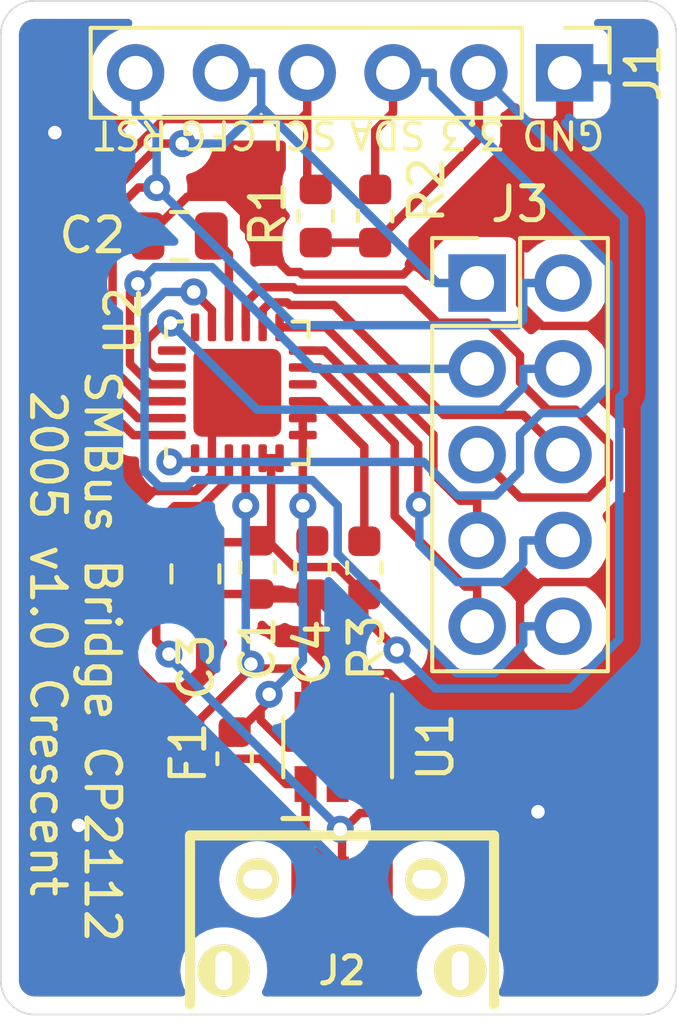
<source format=kicad_pcb>
(kicad_pcb (version 20171130) (host pcbnew "(5.1.2)-1")

  (general
    (thickness 1.6)
    (drawings 15)
    (tracks 292)
    (zones 0)
    (modules 13)
    (nets 21)
  )

  (page A4)
  (title_block
    (title "USB PDM Converter")
    (date 2020-05-23)
    (rev v1.1)
    (company Crescent)
  )

  (layers
    (0 F.Cu signal)
    (31 B.Cu signal)
    (32 B.Adhes user)
    (33 F.Adhes user)
    (34 B.Paste user)
    (35 F.Paste user)
    (36 B.SilkS user)
    (37 F.SilkS user)
    (38 B.Mask user)
    (39 F.Mask user)
    (40 Dwgs.User user)
    (41 Cmts.User user)
    (42 Eco1.User user)
    (43 Eco2.User user)
    (44 Edge.Cuts user)
    (45 Margin user)
    (46 B.CrtYd user)
    (47 F.CrtYd user)
    (48 B.Fab user)
    (49 F.Fab user hide)
  )

  (setup
    (last_trace_width 0.25)
    (trace_clearance 0.2)
    (zone_clearance 0.508)
    (zone_45_only no)
    (trace_min 0.2)
    (via_size 0.8)
    (via_drill 0.4)
    (via_min_size 0.4)
    (via_min_drill 0.3)
    (uvia_size 0.3)
    (uvia_drill 0.1)
    (uvias_allowed no)
    (uvia_min_size 0.2)
    (uvia_min_drill 0.1)
    (edge_width 0.05)
    (segment_width 0.2)
    (pcb_text_width 0.3)
    (pcb_text_size 1.5 1.5)
    (mod_edge_width 0.12)
    (mod_text_size 1 1)
    (mod_text_width 0.15)
    (pad_size 3.2 3.2)
    (pad_drill 3.2)
    (pad_to_mask_clearance 0.051)
    (solder_mask_min_width 0.25)
    (aux_axis_origin 0 0)
    (visible_elements 7FFFFFFF)
    (pcbplotparams
      (layerselection 0x010fc_ffffffff)
      (usegerberextensions false)
      (usegerberattributes false)
      (usegerberadvancedattributes false)
      (creategerberjobfile false)
      (excludeedgelayer true)
      (linewidth 0.100000)
      (plotframeref false)
      (viasonmask false)
      (mode 1)
      (useauxorigin false)
      (hpglpennumber 1)
      (hpglpenspeed 20)
      (hpglpendiameter 15.000000)
      (psnegative false)
      (psa4output false)
      (plotreference true)
      (plotvalue true)
      (plotinvisibletext false)
      (padsonsilk false)
      (subtractmaskfromsilk false)
      (outputformat 1)
      (mirror false)
      (drillshape 0)
      (scaleselection 1)
      (outputdirectory "gerber/"))
  )

  (net 0 "")
  (net 1 GND)
  (net 2 +3V3)
  (net 3 /USB_VBUS)
  (net 4 "Net-(F1-Pad1)")
  (net 5 /CFGMODEb)
  (net 6 /SCL)
  (net 7 /SDA)
  (net 8 /USB_DM)
  (net 9 /USB_DP)
  (net 10 /IO7)
  (net 11 /IO6)
  (net 12 /IO5)
  (net 13 /IO4)
  (net 14 /IO3)
  (net 15 /IO2)
  (net 16 /IO1)
  (net 17 "Net-(C2-Pad1)")
  (net 18 /_SUS)
  (net 19 /SUS)
  (net 20 "Net-(R3-Pad2)")

  (net_class Default "これはデフォルトのネット クラスです。"
    (clearance 0.2)
    (trace_width 0.25)
    (via_dia 0.8)
    (via_drill 0.4)
    (uvia_dia 0.3)
    (uvia_drill 0.1)
    (add_net +3V3)
    (add_net /CFGMODEb)
    (add_net /IO1)
    (add_net /IO2)
    (add_net /IO3)
    (add_net /IO4)
    (add_net /IO5)
    (add_net /IO6)
    (add_net /IO7)
    (add_net /SCL)
    (add_net /SDA)
    (add_net /SUS)
    (add_net /USB_DM)
    (add_net /USB_DP)
    (add_net /USB_VBUS)
    (add_net /_SUS)
    (add_net GND)
    (add_net "Net-(C2-Pad1)")
    (add_net "Net-(F1-Pad1)")
    (add_net "Net-(R3-Pad2)")
  )

  (module Package_DFN_QFN:QFN-24-1EP_4x4mm_P0.5mm_EP2.6x2.6mm (layer F.Cu) (tedit 5C1FD453) (tstamp 5EC90E23)
    (at 117 131.6 90)
    (descr "QFN, 24 Pin (http://ww1.microchip.com/downloads/en/PackagingSpec/00000049BQ.pdf#page=278), generated with kicad-footprint-generator ipc_dfn_qfn_generator.py")
    (tags "QFN DFN_QFN")
    (path /5ECD50F2)
    (attr smd)
    (fp_text reference U2 (at 2.13 -3.38 90) (layer F.SilkS)
      (effects (font (size 1 1) (thickness 0.15)))
    )
    (fp_text value CP2112 (at 0 3.3 90) (layer F.Fab)
      (effects (font (size 1 1) (thickness 0.15)))
    )
    (fp_text user %R (at 0 0 90) (layer F.Fab)
      (effects (font (size 1 1) (thickness 0.15)))
    )
    (fp_line (start 2.6 -2.6) (end -2.6 -2.6) (layer F.CrtYd) (width 0.05))
    (fp_line (start 2.6 2.6) (end 2.6 -2.6) (layer F.CrtYd) (width 0.05))
    (fp_line (start -2.6 2.6) (end 2.6 2.6) (layer F.CrtYd) (width 0.05))
    (fp_line (start -2.6 -2.6) (end -2.6 2.6) (layer F.CrtYd) (width 0.05))
    (fp_line (start -2 -1) (end -1 -2) (layer F.Fab) (width 0.1))
    (fp_line (start -2 2) (end -2 -1) (layer F.Fab) (width 0.1))
    (fp_line (start 2 2) (end -2 2) (layer F.Fab) (width 0.1))
    (fp_line (start 2 -2) (end 2 2) (layer F.Fab) (width 0.1))
    (fp_line (start -1 -2) (end 2 -2) (layer F.Fab) (width 0.1))
    (fp_line (start -1.635 -2.11) (end -2.11 -2.11) (layer F.SilkS) (width 0.12))
    (fp_line (start 2.11 2.11) (end 2.11 1.635) (layer F.SilkS) (width 0.12))
    (fp_line (start 1.635 2.11) (end 2.11 2.11) (layer F.SilkS) (width 0.12))
    (fp_line (start -2.11 2.11) (end -2.11 1.635) (layer F.SilkS) (width 0.12))
    (fp_line (start -1.635 2.11) (end -2.11 2.11) (layer F.SilkS) (width 0.12))
    (fp_line (start 2.11 -2.11) (end 2.11 -1.635) (layer F.SilkS) (width 0.12))
    (fp_line (start 1.635 -2.11) (end 2.11 -2.11) (layer F.SilkS) (width 0.12))
    (pad 24 smd roundrect (at -1.25 -1.9375 90) (size 0.25 0.825) (layers F.Cu F.Paste F.Mask) (roundrect_rratio 0.25)
      (net 6 /SCL))
    (pad 23 smd roundrect (at -0.75 -1.9375 90) (size 0.25 0.825) (layers F.Cu F.Paste F.Mask) (roundrect_rratio 0.25)
      (net 5 /CFGMODEb))
    (pad 22 smd roundrect (at -0.25 -1.9375 90) (size 0.25 0.825) (layers F.Cu F.Paste F.Mask) (roundrect_rratio 0.25)
      (net 16 /IO1))
    (pad 21 smd roundrect (at 0.25 -1.9375 90) (size 0.25 0.825) (layers F.Cu F.Paste F.Mask) (roundrect_rratio 0.25)
      (net 15 /IO2))
    (pad 20 smd roundrect (at 0.75 -1.9375 90) (size 0.25 0.825) (layers F.Cu F.Paste F.Mask) (roundrect_rratio 0.25)
      (net 14 /IO3))
    (pad 19 smd roundrect (at 1.25 -1.9375 90) (size 0.25 0.825) (layers F.Cu F.Paste F.Mask) (roundrect_rratio 0.25))
    (pad 18 smd roundrect (at 1.9375 -1.25 90) (size 0.825 0.25) (layers F.Cu F.Paste F.Mask) (roundrect_rratio 0.25))
    (pad 17 smd roundrect (at 1.9375 -0.75 90) (size 0.825 0.25) (layers F.Cu F.Paste F.Mask) (roundrect_rratio 0.25)
      (net 18 /_SUS))
    (pad 16 smd roundrect (at 1.9375 -0.25 90) (size 0.825 0.25) (layers F.Cu F.Paste F.Mask) (roundrect_rratio 0.25)
      (net 17 "Net-(C2-Pad1)"))
    (pad 15 smd roundrect (at 1.9375 0.25 90) (size 0.825 0.25) (layers F.Cu F.Paste F.Mask) (roundrect_rratio 0.25)
      (net 13 /IO4))
    (pad 14 smd roundrect (at 1.9375 0.75 90) (size 0.825 0.25) (layers F.Cu F.Paste F.Mask) (roundrect_rratio 0.25)
      (net 12 /IO5))
    (pad 13 smd roundrect (at 1.9375 1.25 90) (size 0.825 0.25) (layers F.Cu F.Paste F.Mask) (roundrect_rratio 0.25)
      (net 11 /IO6))
    (pad 12 smd roundrect (at 1.25 1.9375 90) (size 0.25 0.825) (layers F.Cu F.Paste F.Mask) (roundrect_rratio 0.25)
      (net 10 /IO7))
    (pad 11 smd roundrect (at 0.75 1.9375 90) (size 0.25 0.825) (layers F.Cu F.Paste F.Mask) (roundrect_rratio 0.25)
      (net 19 /SUS))
    (pad 10 smd roundrect (at 0.25 1.9375 90) (size 0.25 0.825) (layers F.Cu F.Paste F.Mask) (roundrect_rratio 0.25))
    (pad 9 smd roundrect (at -0.25 1.9375 90) (size 0.25 0.825) (layers F.Cu F.Paste F.Mask) (roundrect_rratio 0.25)
      (net 20 "Net-(R3-Pad2)"))
    (pad 8 smd roundrect (at -0.75 1.9375 90) (size 0.25 0.825) (layers F.Cu F.Paste F.Mask) (roundrect_rratio 0.25)
      (net 3 /USB_VBUS))
    (pad 7 smd roundrect (at -1.25 1.9375 90) (size 0.25 0.825) (layers F.Cu F.Paste F.Mask) (roundrect_rratio 0.25)
      (net 3 /USB_VBUS))
    (pad 6 smd roundrect (at -1.9375 1.25 90) (size 0.825 0.25) (layers F.Cu F.Paste F.Mask) (roundrect_rratio 0.25)
      (net 2 +3V3))
    (pad 5 smd roundrect (at -1.9375 0.75 90) (size 0.825 0.25) (layers F.Cu F.Paste F.Mask) (roundrect_rratio 0.25)
      (net 2 +3V3))
    (pad 4 smd roundrect (at -1.9375 0.25 90) (size 0.825 0.25) (layers F.Cu F.Paste F.Mask) (roundrect_rratio 0.25)
      (net 8 /USB_DM))
    (pad 3 smd roundrect (at -1.9375 -0.25 90) (size 0.825 0.25) (layers F.Cu F.Paste F.Mask) (roundrect_rratio 0.25)
      (net 9 /USB_DP))
    (pad 2 smd roundrect (at -1.9375 -0.75 90) (size 0.825 0.25) (layers F.Cu F.Paste F.Mask) (roundrect_rratio 0.25)
      (net 1 GND))
    (pad 1 smd roundrect (at -1.9375 -1.25 90) (size 0.825 0.25) (layers F.Cu F.Paste F.Mask) (roundrect_rratio 0.25)
      (net 7 /SDA))
    (pad "" smd roundrect (at 0.65 0.65 90) (size 1.05 1.05) (layers F.Paste) (roundrect_rratio 0.238095))
    (pad "" smd roundrect (at 0.65 -0.65 90) (size 1.05 1.05) (layers F.Paste) (roundrect_rratio 0.238095))
    (pad "" smd roundrect (at -0.65 0.65 90) (size 1.05 1.05) (layers F.Paste) (roundrect_rratio 0.238095))
    (pad "" smd roundrect (at -0.65 -0.65 90) (size 1.05 1.05) (layers F.Paste) (roundrect_rratio 0.238095))
    (pad 25 smd roundrect (at 0 0 90) (size 2.6 2.6) (layers F.Cu F.Mask) (roundrect_rratio 0.096154)
      (net 1 GND))
    (model ${KISYS3DMOD}/Package_DFN_QFN.3dshapes/QFN-24-1EP_4x4mm_P0.5mm_EP2.6x2.6mm.wrl
      (at (xyz 0 0 0))
      (scale (xyz 1 1 1))
      (rotate (xyz 0 0 0))
    )
  )

  (module Resistor_SMD:R_0603_1608Metric (layer F.Cu) (tedit 5B301BBD) (tstamp 5EC90DC7)
    (at 120.76 136.78 90)
    (descr "Resistor SMD 0603 (1608 Metric), square (rectangular) end terminal, IPC_7351 nominal, (Body size source: http://www.tortai-tech.com/upload/download/2011102023233369053.pdf), generated with kicad-footprint-generator")
    (tags resistor)
    (path /5ECEF80E)
    (attr smd)
    (fp_text reference R3 (at -2.37 0.06 90) (layer F.SilkS)
      (effects (font (size 1 1) (thickness 0.15)))
    )
    (fp_text value 4.7k (at 0 1.43 90) (layer F.Fab)
      (effects (font (size 1 1) (thickness 0.15)))
    )
    (fp_text user %R (at 0 0 90) (layer F.Fab)
      (effects (font (size 0.4 0.4) (thickness 0.06)))
    )
    (fp_line (start 1.48 0.73) (end -1.48 0.73) (layer F.CrtYd) (width 0.05))
    (fp_line (start 1.48 -0.73) (end 1.48 0.73) (layer F.CrtYd) (width 0.05))
    (fp_line (start -1.48 -0.73) (end 1.48 -0.73) (layer F.CrtYd) (width 0.05))
    (fp_line (start -1.48 0.73) (end -1.48 -0.73) (layer F.CrtYd) (width 0.05))
    (fp_line (start -0.162779 0.51) (end 0.162779 0.51) (layer F.SilkS) (width 0.12))
    (fp_line (start -0.162779 -0.51) (end 0.162779 -0.51) (layer F.SilkS) (width 0.12))
    (fp_line (start 0.8 0.4) (end -0.8 0.4) (layer F.Fab) (width 0.1))
    (fp_line (start 0.8 -0.4) (end 0.8 0.4) (layer F.Fab) (width 0.1))
    (fp_line (start -0.8 -0.4) (end 0.8 -0.4) (layer F.Fab) (width 0.1))
    (fp_line (start -0.8 0.4) (end -0.8 -0.4) (layer F.Fab) (width 0.1))
    (pad 2 smd roundrect (at 0.7875 0 90) (size 0.875 0.95) (layers F.Cu F.Paste F.Mask) (roundrect_rratio 0.25)
      (net 20 "Net-(R3-Pad2)"))
    (pad 1 smd roundrect (at -0.7875 0 90) (size 0.875 0.95) (layers F.Cu F.Paste F.Mask) (roundrect_rratio 0.25)
      (net 2 +3V3))
    (model ${KISYS3DMOD}/Resistor_SMD.3dshapes/R_0603_1608Metric.wrl
      (at (xyz 0 0 0))
      (scale (xyz 1 1 1))
      (rotate (xyz 0 0 0))
    )
  )

  (module Resistor_SMD:R_0603_1608Metric (layer F.Cu) (tedit 5B301BBD) (tstamp 5EC90DB6)
    (at 121.08 126.368 90)
    (descr "Resistor SMD 0603 (1608 Metric), square (rectangular) end terminal, IPC_7351 nominal, (Body size source: http://www.tortai-tech.com/upload/download/2011102023233369053.pdf), generated with kicad-footprint-generator")
    (tags resistor)
    (path /5ECFD3E4)
    (attr smd)
    (fp_text reference R2 (at 0.7675 1.52 90) (layer F.SilkS)
      (effects (font (size 1 1) (thickness 0.15)))
    )
    (fp_text value 4.7k (at 0 1.43 90) (layer F.Fab)
      (effects (font (size 1 1) (thickness 0.15)))
    )
    (fp_text user %R (at 0 0 90) (layer F.Fab)
      (effects (font (size 0.4 0.4) (thickness 0.06)))
    )
    (fp_line (start 1.48 0.73) (end -1.48 0.73) (layer F.CrtYd) (width 0.05))
    (fp_line (start 1.48 -0.73) (end 1.48 0.73) (layer F.CrtYd) (width 0.05))
    (fp_line (start -1.48 -0.73) (end 1.48 -0.73) (layer F.CrtYd) (width 0.05))
    (fp_line (start -1.48 0.73) (end -1.48 -0.73) (layer F.CrtYd) (width 0.05))
    (fp_line (start -0.162779 0.51) (end 0.162779 0.51) (layer F.SilkS) (width 0.12))
    (fp_line (start -0.162779 -0.51) (end 0.162779 -0.51) (layer F.SilkS) (width 0.12))
    (fp_line (start 0.8 0.4) (end -0.8 0.4) (layer F.Fab) (width 0.1))
    (fp_line (start 0.8 -0.4) (end 0.8 0.4) (layer F.Fab) (width 0.1))
    (fp_line (start -0.8 -0.4) (end 0.8 -0.4) (layer F.Fab) (width 0.1))
    (fp_line (start -0.8 0.4) (end -0.8 -0.4) (layer F.Fab) (width 0.1))
    (pad 2 smd roundrect (at 0.7875 0 90) (size 0.875 0.95) (layers F.Cu F.Paste F.Mask) (roundrect_rratio 0.25)
      (net 7 /SDA))
    (pad 1 smd roundrect (at -0.7875 0 90) (size 0.875 0.95) (layers F.Cu F.Paste F.Mask) (roundrect_rratio 0.25)
      (net 2 +3V3))
    (model ${KISYS3DMOD}/Resistor_SMD.3dshapes/R_0603_1608Metric.wrl
      (at (xyz 0 0 0))
      (scale (xyz 1 1 1))
      (rotate (xyz 0 0 0))
    )
  )

  (module Resistor_SMD:R_0603_1608Metric (layer F.Cu) (tedit 5B301BBD) (tstamp 5EC90DA5)
    (at 119.32 126.368 90)
    (descr "Resistor SMD 0603 (1608 Metric), square (rectangular) end terminal, IPC_7351 nominal, (Body size source: http://www.tortai-tech.com/upload/download/2011102023233369053.pdf), generated with kicad-footprint-generator")
    (tags resistor)
    (path /5ECFE915)
    (attr smd)
    (fp_text reference R1 (at 0.0675 -1.42 90) (layer F.SilkS)
      (effects (font (size 1 1) (thickness 0.15)))
    )
    (fp_text value 4.7k (at 0 1.43 90) (layer F.Fab)
      (effects (font (size 1 1) (thickness 0.15)))
    )
    (fp_text user %R (at 0 0 90) (layer F.Fab)
      (effects (font (size 0.4 0.4) (thickness 0.06)))
    )
    (fp_line (start 1.48 0.73) (end -1.48 0.73) (layer F.CrtYd) (width 0.05))
    (fp_line (start 1.48 -0.73) (end 1.48 0.73) (layer F.CrtYd) (width 0.05))
    (fp_line (start -1.48 -0.73) (end 1.48 -0.73) (layer F.CrtYd) (width 0.05))
    (fp_line (start -1.48 0.73) (end -1.48 -0.73) (layer F.CrtYd) (width 0.05))
    (fp_line (start -0.162779 0.51) (end 0.162779 0.51) (layer F.SilkS) (width 0.12))
    (fp_line (start -0.162779 -0.51) (end 0.162779 -0.51) (layer F.SilkS) (width 0.12))
    (fp_line (start 0.8 0.4) (end -0.8 0.4) (layer F.Fab) (width 0.1))
    (fp_line (start 0.8 -0.4) (end 0.8 0.4) (layer F.Fab) (width 0.1))
    (fp_line (start -0.8 -0.4) (end 0.8 -0.4) (layer F.Fab) (width 0.1))
    (fp_line (start -0.8 0.4) (end -0.8 -0.4) (layer F.Fab) (width 0.1))
    (pad 2 smd roundrect (at 0.7875 0 90) (size 0.875 0.95) (layers F.Cu F.Paste F.Mask) (roundrect_rratio 0.25)
      (net 6 /SCL))
    (pad 1 smd roundrect (at -0.7875 0 90) (size 0.875 0.95) (layers F.Cu F.Paste F.Mask) (roundrect_rratio 0.25)
      (net 2 +3V3))
    (model ${KISYS3DMOD}/Resistor_SMD.3dshapes/R_0603_1608Metric.wrl
      (at (xyz 0 0 0))
      (scale (xyz 1 1 1))
      (rotate (xyz 0 0 0))
    )
  )

  (module Connector_PinHeader_2.54mm:PinHeader_2x05_P2.54mm_Vertical (layer F.Cu) (tedit 59FED5CC) (tstamp 5EC90D94)
    (at 124.1 128.35)
    (descr "Through hole straight pin header, 2x05, 2.54mm pitch, double rows")
    (tags "Through hole pin header THT 2x05 2.54mm double row")
    (path /5ED0AD08)
    (fp_text reference J3 (at 1.27 -2.33) (layer F.SilkS)
      (effects (font (size 1 1) (thickness 0.15)))
    )
    (fp_text value Conn_02x05_Odd_Even (at 1.27 12.49) (layer F.Fab)
      (effects (font (size 1 1) (thickness 0.15)))
    )
    (fp_text user %R (at 1.27 5.08 90) (layer F.Fab)
      (effects (font (size 1 1) (thickness 0.15)))
    )
    (fp_line (start 4.35 -1.8) (end -1.8 -1.8) (layer F.CrtYd) (width 0.05))
    (fp_line (start 4.35 11.95) (end 4.35 -1.8) (layer F.CrtYd) (width 0.05))
    (fp_line (start -1.8 11.95) (end 4.35 11.95) (layer F.CrtYd) (width 0.05))
    (fp_line (start -1.8 -1.8) (end -1.8 11.95) (layer F.CrtYd) (width 0.05))
    (fp_line (start -1.33 -1.33) (end 0 -1.33) (layer F.SilkS) (width 0.12))
    (fp_line (start -1.33 0) (end -1.33 -1.33) (layer F.SilkS) (width 0.12))
    (fp_line (start 1.27 -1.33) (end 3.87 -1.33) (layer F.SilkS) (width 0.12))
    (fp_line (start 1.27 1.27) (end 1.27 -1.33) (layer F.SilkS) (width 0.12))
    (fp_line (start -1.33 1.27) (end 1.27 1.27) (layer F.SilkS) (width 0.12))
    (fp_line (start 3.87 -1.33) (end 3.87 11.49) (layer F.SilkS) (width 0.12))
    (fp_line (start -1.33 1.27) (end -1.33 11.49) (layer F.SilkS) (width 0.12))
    (fp_line (start -1.33 11.49) (end 3.87 11.49) (layer F.SilkS) (width 0.12))
    (fp_line (start -1.27 0) (end 0 -1.27) (layer F.Fab) (width 0.1))
    (fp_line (start -1.27 11.43) (end -1.27 0) (layer F.Fab) (width 0.1))
    (fp_line (start 3.81 11.43) (end -1.27 11.43) (layer F.Fab) (width 0.1))
    (fp_line (start 3.81 -1.27) (end 3.81 11.43) (layer F.Fab) (width 0.1))
    (fp_line (start 0 -1.27) (end 3.81 -1.27) (layer F.Fab) (width 0.1))
    (pad 10 thru_hole oval (at 2.54 10.16) (size 1.7 1.7) (drill 1) (layers *.Cu *.Mask)
      (net 18 /_SUS))
    (pad 9 thru_hole oval (at 0 10.16) (size 1.7 1.7) (drill 1) (layers *.Cu *.Mask)
      (net 19 /SUS))
    (pad 8 thru_hole oval (at 2.54 7.62) (size 1.7 1.7) (drill 1) (layers *.Cu *.Mask)
      (net 10 /IO7))
    (pad 7 thru_hole oval (at 0 7.62) (size 1.7 1.7) (drill 1) (layers *.Cu *.Mask)
      (net 11 /IO6))
    (pad 6 thru_hole oval (at 2.54 5.08) (size 1.7 1.7) (drill 1) (layers *.Cu *.Mask)
      (net 12 /IO5))
    (pad 5 thru_hole oval (at 0 5.08) (size 1.7 1.7) (drill 1) (layers *.Cu *.Mask)
      (net 13 /IO4))
    (pad 4 thru_hole oval (at 2.54 2.54) (size 1.7 1.7) (drill 1) (layers *.Cu *.Mask)
      (net 14 /IO3))
    (pad 3 thru_hole oval (at 0 2.54) (size 1.7 1.7) (drill 1) (layers *.Cu *.Mask)
      (net 15 /IO2))
    (pad 2 thru_hole oval (at 2.54 0) (size 1.7 1.7) (drill 1) (layers *.Cu *.Mask)
      (net 16 /IO1))
    (pad 1 thru_hole rect (at 0 0) (size 1.7 1.7) (drill 1) (layers *.Cu *.Mask)
      (net 5 /CFGMODEb))
    (model ${KISYS3DMOD}/Connector_PinHeader_2.54mm.3dshapes/PinHeader_2x05_P2.54mm_Vertical.wrl
      (at (xyz 0 0 0))
      (scale (xyz 1 1 1))
      (rotate (xyz 0 0 0))
    )
  )

  (module Capacitor_SMD:C_0805_2012Metric (layer F.Cu) (tedit 5B36C52B) (tstamp 5EC90CAE)
    (at 115.292 126.96 180)
    (descr "Capacitor SMD 0805 (2012 Metric), square (rectangular) end terminal, IPC_7351 nominal, (Body size source: https://docs.google.com/spreadsheets/d/1BsfQQcO9C6DZCsRaXUlFlo91Tg2WpOkGARC1WS5S8t0/edit?usp=sharing), generated with kicad-footprint-generator")
    (tags capacitor)
    (path /5ECD9FAA)
    (attr smd)
    (fp_text reference C2 (at 2.5825 0.02) (layer F.SilkS)
      (effects (font (size 1 1) (thickness 0.15)))
    )
    (fp_text value 4.7u (at 0 1.65) (layer F.Fab)
      (effects (font (size 1 1) (thickness 0.15)))
    )
    (fp_text user %R (at 0 0) (layer F.Fab)
      (effects (font (size 0.5 0.5) (thickness 0.08)))
    )
    (fp_line (start 1.68 0.95) (end -1.68 0.95) (layer F.CrtYd) (width 0.05))
    (fp_line (start 1.68 -0.95) (end 1.68 0.95) (layer F.CrtYd) (width 0.05))
    (fp_line (start -1.68 -0.95) (end 1.68 -0.95) (layer F.CrtYd) (width 0.05))
    (fp_line (start -1.68 0.95) (end -1.68 -0.95) (layer F.CrtYd) (width 0.05))
    (fp_line (start -0.258578 0.71) (end 0.258578 0.71) (layer F.SilkS) (width 0.12))
    (fp_line (start -0.258578 -0.71) (end 0.258578 -0.71) (layer F.SilkS) (width 0.12))
    (fp_line (start 1 0.6) (end -1 0.6) (layer F.Fab) (width 0.1))
    (fp_line (start 1 -0.6) (end 1 0.6) (layer F.Fab) (width 0.1))
    (fp_line (start -1 -0.6) (end 1 -0.6) (layer F.Fab) (width 0.1))
    (fp_line (start -1 0.6) (end -1 -0.6) (layer F.Fab) (width 0.1))
    (pad 2 smd roundrect (at 0.9375 0 180) (size 0.975 1.4) (layers F.Cu F.Paste F.Mask) (roundrect_rratio 0.25)
      (net 1 GND))
    (pad 1 smd roundrect (at -0.9375 0 180) (size 0.975 1.4) (layers F.Cu F.Paste F.Mask) (roundrect_rratio 0.25)
      (net 17 "Net-(C2-Pad1)"))
    (model ${KISYS3DMOD}/Capacitor_SMD.3dshapes/C_0805_2012Metric.wrl
      (at (xyz 0 0 0))
      (scale (xyz 1 1 1))
      (rotate (xyz 0 0 0))
    )
  )

  (module Capacitor_SMD:C_0805_2012Metric (layer F.Cu) (tedit 5B36C52B) (tstamp 5EAE9155)
    (at 115.76 136.96 270)
    (descr "Capacitor SMD 0805 (2012 Metric), square (rectangular) end terminal, IPC_7351 nominal, (Body size source: https://docs.google.com/spreadsheets/d/1BsfQQcO9C6DZCsRaXUlFlo91Tg2WpOkGARC1WS5S8t0/edit?usp=sharing), generated with kicad-footprint-generator")
    (tags capacitor)
    (path /5EAEC303)
    (attr smd)
    (fp_text reference C3 (at 2.76 -0.02 90) (layer F.SilkS)
      (effects (font (size 1 1) (thickness 0.15)))
    )
    (fp_text value 4.7u (at 0 1.65 90) (layer F.Fab)
      (effects (font (size 1 1) (thickness 0.15)))
    )
    (fp_text user %R (at 0 0 90) (layer F.Fab)
      (effects (font (size 0.5 0.5) (thickness 0.08)))
    )
    (fp_line (start 1.68 0.95) (end -1.68 0.95) (layer F.CrtYd) (width 0.05))
    (fp_line (start 1.68 -0.95) (end 1.68 0.95) (layer F.CrtYd) (width 0.05))
    (fp_line (start -1.68 -0.95) (end 1.68 -0.95) (layer F.CrtYd) (width 0.05))
    (fp_line (start -1.68 0.95) (end -1.68 -0.95) (layer F.CrtYd) (width 0.05))
    (fp_line (start -0.258578 0.71) (end 0.258578 0.71) (layer F.SilkS) (width 0.12))
    (fp_line (start -0.258578 -0.71) (end 0.258578 -0.71) (layer F.SilkS) (width 0.12))
    (fp_line (start 1 0.6) (end -1 0.6) (layer F.Fab) (width 0.1))
    (fp_line (start 1 -0.6) (end 1 0.6) (layer F.Fab) (width 0.1))
    (fp_line (start -1 -0.6) (end 1 -0.6) (layer F.Fab) (width 0.1))
    (fp_line (start -1 0.6) (end -1 -0.6) (layer F.Fab) (width 0.1))
    (pad 2 smd roundrect (at 0.9375 0 270) (size 0.975 1.4) (layers F.Cu F.Paste F.Mask) (roundrect_rratio 0.25)
      (net 1 GND))
    (pad 1 smd roundrect (at -0.9375 0 270) (size 0.975 1.4) (layers F.Cu F.Paste F.Mask) (roundrect_rratio 0.25)
      (net 2 +3V3))
    (model ${KISYS3DMOD}/Capacitor_SMD.3dshapes/C_0805_2012Metric.wrl
      (at (xyz 0 0 0))
      (scale (xyz 1 1 1))
      (rotate (xyz 0 0 0))
    )
  )

  (module Package_TO_SOT_SMD:SOT-23-6 (layer F.Cu) (tedit 5A02FF57) (tstamp 5EAE9598)
    (at 119.97 142.08 270)
    (descr "6-pin SOT-23 package")
    (tags SOT-23-6)
    (path /5E7B52A4)
    (attr smd)
    (fp_text reference U1 (at 0 -2.9 90) (layer F.SilkS)
      (effects (font (size 1 1) (thickness 0.15)))
    )
    (fp_text value USBLC6-2 (at 0 2.9 90) (layer F.Fab)
      (effects (font (size 1 1) (thickness 0.15)))
    )
    (fp_line (start 0.9 -1.55) (end 0.9 1.55) (layer F.Fab) (width 0.1))
    (fp_line (start 0.9 1.55) (end -0.9 1.55) (layer F.Fab) (width 0.1))
    (fp_line (start -0.9 -0.9) (end -0.9 1.55) (layer F.Fab) (width 0.1))
    (fp_line (start 0.9 -1.55) (end -0.25 -1.55) (layer F.Fab) (width 0.1))
    (fp_line (start -0.9 -0.9) (end -0.25 -1.55) (layer F.Fab) (width 0.1))
    (fp_line (start -1.9 -1.8) (end -1.9 1.8) (layer F.CrtYd) (width 0.05))
    (fp_line (start -1.9 1.8) (end 1.9 1.8) (layer F.CrtYd) (width 0.05))
    (fp_line (start 1.9 1.8) (end 1.9 -1.8) (layer F.CrtYd) (width 0.05))
    (fp_line (start 1.9 -1.8) (end -1.9 -1.8) (layer F.CrtYd) (width 0.05))
    (fp_line (start 0.9 -1.61) (end -1.55 -1.61) (layer F.SilkS) (width 0.12))
    (fp_line (start -0.9 1.61) (end 0.9 1.61) (layer F.SilkS) (width 0.12))
    (fp_text user %R (at 0 0) (layer F.Fab)
      (effects (font (size 0.5 0.5) (thickness 0.075)))
    )
    (pad 5 smd rect (at 1.1 0 270) (size 1.06 0.65) (layers F.Cu F.Paste F.Mask)
      (net 3 /USB_VBUS))
    (pad 6 smd rect (at 1.1 -0.95 270) (size 1.06 0.65) (layers F.Cu F.Paste F.Mask)
      (net 9 /USB_DP))
    (pad 4 smd rect (at 1.1 0.95 270) (size 1.06 0.65) (layers F.Cu F.Paste F.Mask)
      (net 8 /USB_DM))
    (pad 3 smd rect (at -1.1 0.95 270) (size 1.06 0.65) (layers F.Cu F.Paste F.Mask)
      (net 8 /USB_DM))
    (pad 2 smd rect (at -1.1 0 270) (size 1.06 0.65) (layers F.Cu F.Paste F.Mask)
      (net 1 GND))
    (pad 1 smd rect (at -1.1 -0.95 270) (size 1.06 0.65) (layers F.Cu F.Paste F.Mask)
      (net 9 /USB_DP))
    (model ${KISYS3DMOD}/Package_TO_SOT_SMD.3dshapes/SOT-23-6.wrl
      (at (xyz 0 0 0))
      (scale (xyz 1 1 1))
      (rotate (xyz 0 0 0))
    )
  )

  (module mUSB:CONN-10118194-0001LF-FCI (layer F.Cu) (tedit 54CEE72D) (tstamp 5EAE9355)
    (at 120.1 148.7)
    (path /5E7A5430)
    (attr smd)
    (fp_text reference J2 (at 0 0) (layer F.SilkS)
      (effects (font (size 0.8 0.8) (thickness 0.15)))
    )
    (fp_text value USB_B_Micro (at 0 0) (layer F.Fab)
      (effects (font (size 0.8 0.8) (thickness 0.15)))
    )
    (fp_line (start -5 1.5) (end -5 -4.5) (layer F.CrtYd) (width 0.15))
    (fp_line (start -5 -4.5) (end 5 -4.5) (layer F.CrtYd) (width 0.15))
    (fp_line (start 5 -4.5) (end 5 1.5) (layer F.CrtYd) (width 0.15))
    (fp_line (start 5 1.5) (end -5 1.5) (layer F.CrtYd) (width 0.15))
    (fp_line (start -4.5 1) (end 4.5 1) (layer F.Fab) (width 0.15))
    (fp_line (start 4.5 1) (end 4.5 -4) (layer F.Fab) (width 0.15))
    (fp_line (start 4.5 -4) (end -4.5 -4) (layer F.Fab) (width 0.15))
    (fp_line (start -4.5 -4) (end -4.5 1) (layer F.Fab) (width 0.15))
    (fp_line (start -1.75 -4.5) (end -1 -4.5) (layer F.SilkS) (width 0.15))
    (fp_line (start -4.5 1) (end -4.5 -3.5) (layer F.SilkS) (width 0.3))
    (fp_line (start -4.5 -3.5) (end -4.5 -4) (layer F.SilkS) (width 0.3))
    (fp_line (start -4.5 -4) (end 4.5 -4) (layer F.SilkS) (width 0.3))
    (fp_line (start 4.5 -4) (end 4.5 1) (layer F.SilkS) (width 0.3))
    (fp_line (start -4 1.45) (end 4 1.45) (layer Dwgs.User) (width 0.3))
    (pad 1 smd rect (at -1.3 -2.7) (size 0.4 1.35) (layers F.Cu F.Paste F.Mask)
      (net 4 "Net-(F1-Pad1)"))
    (pad 2 smd rect (at -0.65 -2.7) (size 0.4 1.35) (layers F.Cu F.Paste F.Mask)
      (net 8 /USB_DM))
    (pad 3 smd rect (at 0 -2.7) (size 0.4 1.35) (layers F.Cu F.Paste F.Mask)
      (net 9 /USB_DP))
    (pad 4 smd rect (at 0.65 -2.7) (size 0.4 1.35) (layers F.Cu F.Paste F.Mask))
    (pad 5 smd rect (at 1.3 -2.7) (size 0.4 1.35) (layers F.Cu F.Paste F.Mask)
      (net 1 GND))
    (pad SH thru_hole oval (at -3.5 0) (size 1.55 1.55) (drill oval 0.5 1.15) (layers *.Cu *.Mask F.SilkS))
    (pad SH thru_hole oval (at 3.5 0) (size 1.55 1.55) (drill oval 0.5 1.15) (layers *.Cu *.Mask F.SilkS))
    (pad SH thru_hole oval (at -2.5 -2.7) (size 1.25 1.25) (drill oval 0.85 0.55) (layers *.Cu *.Mask F.SilkS))
    (pad SH thru_hole oval (at 2.5 -2.7) (size 1.25 1.25) (drill oval 0.85 0.55) (layers *.Cu *.Mask F.SilkS))
    (model conn_pc/usb_B_micro_smd-2.wrl
      (at (xyz 0 0 0))
      (scale (xyz 1 1 1))
      (rotate (xyz 0 0 0))
    )
  )

  (module Connector_PinHeader_2.54mm:PinHeader_1x06_P2.54mm_Vertical (layer F.Cu) (tedit 59FED5CC) (tstamp 5EAE933A)
    (at 126.69 122.13 270)
    (descr "Through hole straight pin header, 1x06, 2.54mm pitch, single row")
    (tags "Through hole pin header THT 1x06 2.54mm single row")
    (path /5E995D4B)
    (fp_text reference J1 (at 0 -2.33 90) (layer F.SilkS)
      (effects (font (size 1 1) (thickness 0.15)))
    )
    (fp_text value Cfg (at 0 15.03 90) (layer F.Fab)
      (effects (font (size 1 1) (thickness 0.15)))
    )
    (fp_text user %R (at 0 6.35) (layer F.Fab)
      (effects (font (size 1 1) (thickness 0.15)))
    )
    (fp_line (start 1.8 -1.8) (end -1.8 -1.8) (layer F.CrtYd) (width 0.05))
    (fp_line (start 1.8 14.5) (end 1.8 -1.8) (layer F.CrtYd) (width 0.05))
    (fp_line (start -1.8 14.5) (end 1.8 14.5) (layer F.CrtYd) (width 0.05))
    (fp_line (start -1.8 -1.8) (end -1.8 14.5) (layer F.CrtYd) (width 0.05))
    (fp_line (start -1.33 -1.33) (end 0 -1.33) (layer F.SilkS) (width 0.12))
    (fp_line (start -1.33 0) (end -1.33 -1.33) (layer F.SilkS) (width 0.12))
    (fp_line (start -1.33 1.27) (end 1.33 1.27) (layer F.SilkS) (width 0.12))
    (fp_line (start 1.33 1.27) (end 1.33 14.03) (layer F.SilkS) (width 0.12))
    (fp_line (start -1.33 1.27) (end -1.33 14.03) (layer F.SilkS) (width 0.12))
    (fp_line (start -1.33 14.03) (end 1.33 14.03) (layer F.SilkS) (width 0.12))
    (fp_line (start -1.27 -0.635) (end -0.635 -1.27) (layer F.Fab) (width 0.1))
    (fp_line (start -1.27 13.97) (end -1.27 -0.635) (layer F.Fab) (width 0.1))
    (fp_line (start 1.27 13.97) (end -1.27 13.97) (layer F.Fab) (width 0.1))
    (fp_line (start 1.27 -1.27) (end 1.27 13.97) (layer F.Fab) (width 0.1))
    (fp_line (start -0.635 -1.27) (end 1.27 -1.27) (layer F.Fab) (width 0.1))
    (pad 6 thru_hole oval (at 0 12.7 270) (size 1.7 1.7) (drill 1) (layers *.Cu *.Mask)
      (net 16 /IO1))
    (pad 5 thru_hole oval (at 0 10.16 270) (size 1.7 1.7) (drill 1) (layers *.Cu *.Mask)
      (net 5 /CFGMODEb))
    (pad 4 thru_hole oval (at 0 7.62 270) (size 1.7 1.7) (drill 1) (layers *.Cu *.Mask)
      (net 6 /SCL))
    (pad 3 thru_hole oval (at 0 5.08 270) (size 1.7 1.7) (drill 1) (layers *.Cu *.Mask)
      (net 7 /SDA))
    (pad 2 thru_hole oval (at 0 2.54 270) (size 1.7 1.7) (drill 1) (layers *.Cu *.Mask)
      (net 2 +3V3))
    (pad 1 thru_hole rect (at 0 0 270) (size 1.7 1.7) (drill 1) (layers *.Cu *.Mask)
      (net 1 GND))
    (model ${KISYS3DMOD}/Connector_PinHeader_2.54mm.3dshapes/PinHeader_1x06_P2.54mm_Vertical.wrl
      (at (xyz 0 0 0))
      (scale (xyz 1 1 1))
      (rotate (xyz 0 0 0))
    )
  )

  (module Fuse:Fuse_0603_1608Metric (layer F.Cu) (tedit 5B301BBE) (tstamp 5EAE9320)
    (at 116.92 142.43 90)
    (descr "Fuse SMD 0603 (1608 Metric), square (rectangular) end terminal, IPC_7351 nominal, (Body size source: http://www.tortai-tech.com/upload/download/2011102023233369053.pdf), generated with kicad-footprint-generator")
    (tags resistor)
    (path /5EE4785C)
    (attr smd)
    (fp_text reference F1 (at 0.17 -1.37 90) (layer F.SilkS)
      (effects (font (size 1 1) (thickness 0.15)))
    )
    (fp_text value Fuse (at 0 1.43 90) (layer F.Fab)
      (effects (font (size 1 1) (thickness 0.15)))
    )
    (fp_text user %R (at 0 0 90) (layer F.Fab)
      (effects (font (size 0.4 0.4) (thickness 0.06)))
    )
    (fp_line (start 1.48 0.73) (end -1.48 0.73) (layer F.CrtYd) (width 0.05))
    (fp_line (start 1.48 -0.73) (end 1.48 0.73) (layer F.CrtYd) (width 0.05))
    (fp_line (start -1.48 -0.73) (end 1.48 -0.73) (layer F.CrtYd) (width 0.05))
    (fp_line (start -1.48 0.73) (end -1.48 -0.73) (layer F.CrtYd) (width 0.05))
    (fp_line (start -0.162779 0.51) (end 0.162779 0.51) (layer F.SilkS) (width 0.12))
    (fp_line (start -0.162779 -0.51) (end 0.162779 -0.51) (layer F.SilkS) (width 0.12))
    (fp_line (start 0.8 0.4) (end -0.8 0.4) (layer F.Fab) (width 0.1))
    (fp_line (start 0.8 -0.4) (end 0.8 0.4) (layer F.Fab) (width 0.1))
    (fp_line (start -0.8 -0.4) (end 0.8 -0.4) (layer F.Fab) (width 0.1))
    (fp_line (start -0.8 0.4) (end -0.8 -0.4) (layer F.Fab) (width 0.1))
    (pad 2 smd roundrect (at 0.7875 0 90) (size 0.875 0.95) (layers F.Cu F.Paste F.Mask) (roundrect_rratio 0.25)
      (net 3 /USB_VBUS))
    (pad 1 smd roundrect (at -0.7875 0 90) (size 0.875 0.95) (layers F.Cu F.Paste F.Mask) (roundrect_rratio 0.25)
      (net 4 "Net-(F1-Pad1)"))
    (model ${KISYS3DMOD}/Fuse.3dshapes/Fuse_0603_1608Metric.wrl
      (at (xyz 0 0 0))
      (scale (xyz 1 1 1))
      (rotate (xyz 0 0 0))
    )
  )

  (module Capacitor_SMD:C_0603_1608Metric (layer F.Cu) (tedit 5B301BBE) (tstamp 5EAE9166)
    (at 119.22 136.772 270)
    (descr "Capacitor SMD 0603 (1608 Metric), square (rectangular) end terminal, IPC_7351 nominal, (Body size source: http://www.tortai-tech.com/upload/download/2011102023233369053.pdf), generated with kicad-footprint-generator")
    (tags capacitor)
    (path /5EAD65F1)
    (attr smd)
    (fp_text reference C4 (at 2.5125 0 90) (layer F.SilkS)
      (effects (font (size 1 1) (thickness 0.15)))
    )
    (fp_text value 1u (at 0 1.43 90) (layer F.Fab)
      (effects (font (size 1 1) (thickness 0.15)))
    )
    (fp_text user %R (at 0 0 90) (layer F.Fab)
      (effects (font (size 0.4 0.4) (thickness 0.06)))
    )
    (fp_line (start 1.48 0.73) (end -1.48 0.73) (layer F.CrtYd) (width 0.05))
    (fp_line (start 1.48 -0.73) (end 1.48 0.73) (layer F.CrtYd) (width 0.05))
    (fp_line (start -1.48 -0.73) (end 1.48 -0.73) (layer F.CrtYd) (width 0.05))
    (fp_line (start -1.48 0.73) (end -1.48 -0.73) (layer F.CrtYd) (width 0.05))
    (fp_line (start -0.162779 0.51) (end 0.162779 0.51) (layer F.SilkS) (width 0.12))
    (fp_line (start -0.162779 -0.51) (end 0.162779 -0.51) (layer F.SilkS) (width 0.12))
    (fp_line (start 0.8 0.4) (end -0.8 0.4) (layer F.Fab) (width 0.1))
    (fp_line (start 0.8 -0.4) (end 0.8 0.4) (layer F.Fab) (width 0.1))
    (fp_line (start -0.8 -0.4) (end 0.8 -0.4) (layer F.Fab) (width 0.1))
    (fp_line (start -0.8 0.4) (end -0.8 -0.4) (layer F.Fab) (width 0.1))
    (pad 2 smd roundrect (at 0.7875 0 270) (size 0.875 0.95) (layers F.Cu F.Paste F.Mask) (roundrect_rratio 0.25)
      (net 1 GND))
    (pad 1 smd roundrect (at -0.7875 0 270) (size 0.875 0.95) (layers F.Cu F.Paste F.Mask) (roundrect_rratio 0.25)
      (net 3 /USB_VBUS))
    (model ${KISYS3DMOD}/Capacitor_SMD.3dshapes/C_0603_1608Metric.wrl
      (at (xyz 0 0 0))
      (scale (xyz 1 1 1))
      (rotate (xyz 0 0 0))
    )
  )

  (module Capacitor_SMD:C_0603_1608Metric (layer F.Cu) (tedit 5B301BBE) (tstamp 5EAE9133)
    (at 117.6 136.768 270)
    (descr "Capacitor SMD 0603 (1608 Metric), square (rectangular) end terminal, IPC_7351 nominal, (Body size source: http://www.tortai-tech.com/upload/download/2011102023233369053.pdf), generated with kicad-footprint-generator")
    (tags capacitor)
    (path /5EAF1E52)
    (attr smd)
    (fp_text reference C1 (at 2.4 0 90) (layer F.SilkS)
      (effects (font (size 1 1) (thickness 0.15)))
    )
    (fp_text value 0.1u (at 0 1.43 90) (layer F.Fab)
      (effects (font (size 1 1) (thickness 0.15)))
    )
    (fp_text user %R (at 0 0 90) (layer F.Fab)
      (effects (font (size 0.4 0.4) (thickness 0.06)))
    )
    (fp_line (start 1.48 0.73) (end -1.48 0.73) (layer F.CrtYd) (width 0.05))
    (fp_line (start 1.48 -0.73) (end 1.48 0.73) (layer F.CrtYd) (width 0.05))
    (fp_line (start -1.48 -0.73) (end 1.48 -0.73) (layer F.CrtYd) (width 0.05))
    (fp_line (start -1.48 0.73) (end -1.48 -0.73) (layer F.CrtYd) (width 0.05))
    (fp_line (start -0.162779 0.51) (end 0.162779 0.51) (layer F.SilkS) (width 0.12))
    (fp_line (start -0.162779 -0.51) (end 0.162779 -0.51) (layer F.SilkS) (width 0.12))
    (fp_line (start 0.8 0.4) (end -0.8 0.4) (layer F.Fab) (width 0.1))
    (fp_line (start 0.8 -0.4) (end 0.8 0.4) (layer F.Fab) (width 0.1))
    (fp_line (start -0.8 -0.4) (end 0.8 -0.4) (layer F.Fab) (width 0.1))
    (fp_line (start -0.8 0.4) (end -0.8 -0.4) (layer F.Fab) (width 0.1))
    (pad 2 smd roundrect (at 0.7875 0 270) (size 0.875 0.95) (layers F.Cu F.Paste F.Mask) (roundrect_rratio 0.25)
      (net 1 GND))
    (pad 1 smd roundrect (at -0.7875 0 270) (size 0.875 0.95) (layers F.Cu F.Paste F.Mask) (roundrect_rratio 0.25)
      (net 2 +3V3))
    (model ${KISYS3DMOD}/Capacitor_SMD.3dshapes/C_0603_1608Metric.wrl
      (at (xyz 0 0 0))
      (scale (xyz 1 1 1))
      (rotate (xyz 0 0 0))
    )
  )

  (gr_arc (start 129 149) (end 129 150) (angle -90) (layer Edge.Cuts) (width 0.05))
  (gr_arc (start 111 149) (end 110 149) (angle -90) (layer Edge.Cuts) (width 0.05))
  (gr_arc (start 111 121) (end 111 120) (angle -90) (layer Edge.Cuts) (width 0.05))
  (gr_arc (start 129 121) (end 130 121) (angle -90) (layer Edge.Cuts) (width 0.05))
  (gr_line (start 129 120) (end 111 120) (layer Edge.Cuts) (width 0.05) (tstamp 5EC91603))
  (gr_line (start 130 149) (end 130 121) (layer Edge.Cuts) (width 0.05))
  (gr_line (start 111 150) (end 129 150) (layer Edge.Cuts) (width 0.05))
  (gr_line (start 110 121) (end 110 149) (layer Edge.Cuts) (width 0.05))
  (gr_text RST (at 113.85 123.96 180) (layer F.SilkS) (tstamp 5EAEDEBE)
    (effects (font (size 0.8 0.8) (thickness 0.12)))
  )
  (gr_text CFG (at 116.45 123.96 180) (layer F.SilkS) (tstamp 5EAEDEBA)
    (effects (font (size 0.8 0.8) (thickness 0.12)))
  )
  (gr_text GND (at 126.65 123.96 180) (layer F.SilkS) (tstamp 5EAEDE8B)
    (effects (font (size 0.8 0.8) (thickness 0.12)))
  )
  (gr_text 3.3 (at 123.95 123.96 180) (layer F.SilkS) (tstamp 5EAEDE87)
    (effects (font (size 0.8 0.8) (thickness 0.12)))
  )
  (gr_text SCL (at 118.85 123.96 180) (layer F.SilkS) (tstamp 5EAEDE82)
    (effects (font (size 0.8 0.8) (thickness 0.12)))
  )
  (gr_text SDA (at 121.45 123.96 180) (layer F.SilkS)
    (effects (font (size 0.8 0.8) (thickness 0.12)))
  )
  (gr_text "SMBus Bridge CP2112\n2005 v1.0 Crescent " (at 112.2 139.4 270) (layer F.SilkS)
    (effects (font (size 1 1) (thickness 0.15)))
  )

  (segment (start 119.97 140.1247) (end 119.97 138.3095) (width 0.25) (layer F.Cu) (net 1))
  (segment (start 119.97 138.3095) (end 119.22 137.5595) (width 0.25) (layer F.Cu) (net 1))
  (segment (start 121.4 146) (end 121.4 144.9997) (width 0.25) (layer F.Cu) (net 1))
  (segment (start 121.8997 144.5) (end 121.8997 140.3041) (width 0.25) (layer F.Cu) (net 1))
  (segment (start 126.69 123.3053) (end 124.6838 125.3115) (width 0.25) (layer F.Cu) (net 1))
  (segment (start 124.6838 125.3115) (end 124.6838 126.7737) (width 0.25) (layer F.Cu) (net 1))
  (segment (start 119.97 140.98) (end 119.97 140.1247) (width 0.25) (layer F.Cu) (net 1))
  (segment (start 119.22 137.5595) (end 117.604 137.5595) (width 0.25) (layer F.Cu) (net 1))
  (segment (start 117.604 137.5595) (end 117.6 137.5555) (width 0.25) (layer F.Cu) (net 1))
  (segment (start 126.69 122.13) (end 126.69 123.3053) (width 0.25) (layer F.Cu) (net 1))
  (segment (start 117.6 137.5555) (end 116.102 137.5555) (width 0.25) (layer F.Cu) (net 1))
  (segment (start 116.102 137.5555) (end 115.76 137.8975) (width 0.25) (layer F.Cu) (net 1))
  (segment (start 116.25 133.5375) (end 116.25 132.35) (width 0.25) (layer F.Cu) (net 1))
  (segment (start 116.25 132.35) (end 117 131.6) (width 0.25) (layer F.Cu) (net 1))
  (segment (start 123.23665 126.7737) (end 124.6838 126.7737) (width 0.25) (layer F.Cu) (net 1))
  (segment (start 121.91035 128.1) (end 123.23665 126.7737) (width 0.25) (layer F.Cu) (net 1))
  (segment (start 118.920844 128.1) (end 121.91035 128.1) (width 0.25) (layer F.Cu) (net 1))
  (segment (start 116.7 125.8) (end 117.2 126.3) (width 0.25) (layer F.Cu) (net 1))
  (segment (start 115.5145 125.8) (end 116.7 125.8) (width 0.25) (layer F.Cu) (net 1))
  (segment (start 117.2 126.3) (end 117.2 126.7) (width 0.25) (layer F.Cu) (net 1))
  (segment (start 118.845812 128.024968) (end 118.920844 128.1) (width 0.25) (layer F.Cu) (net 1))
  (segment (start 117.2 126.7) (end 118.524968 128.024968) (width 0.25) (layer F.Cu) (net 1))
  (segment (start 114.3545 126.96) (end 115.5145 125.8) (width 0.25) (layer F.Cu) (net 1))
  (segment (start 118.524968 128.024968) (end 118.845812 128.024968) (width 0.25) (layer F.Cu) (net 1))
  (segment (start 121.4956 139.9) (end 120.1947 139.9) (width 0.25) (layer F.Cu) (net 1))
  (segment (start 121.8997 140.3041) (end 121.4956 139.9) (width 0.25) (layer F.Cu) (net 1))
  (segment (start 120.1947 139.9) (end 119.97 140.1247) (width 0.25) (layer F.Cu) (net 1))
  (via (at 125.9 144) (size 0.8) (drill 0.4) (layers F.Cu B.Cu) (net 1))
  (segment (start 125.25015 144.64985) (end 125.9 144) (width 0.25) (layer F.Cu) (net 1))
  (segment (start 121.74985 144.64985) (end 125.25015 144.64985) (width 0.25) (layer F.Cu) (net 1))
  (segment (start 121.74985 144.64985) (end 121.8997 144.5) (width 0.25) (layer F.Cu) (net 1))
  (segment (start 121.4 144.9997) (end 121.74985 144.64985) (width 0.25) (layer F.Cu) (net 1))
  (segment (start 125.9 144.565685) (end 123.265685 147.2) (width 0.25) (layer B.Cu) (net 1))
  (segment (start 125.9 144) (end 125.9 144.565685) (width 0.25) (layer B.Cu) (net 1))
  (via (at 112.3 144.4) (size 0.8) (drill 0.4) (layers F.Cu B.Cu) (net 1))
  (segment (start 118.857098 144.4) (end 112.3 144.4) (width 0.25) (layer B.Cu) (net 1))
  (segment (start 123.265685 147.2) (end 121.657098 147.2) (width 0.25) (layer B.Cu) (net 1))
  (segment (start 121.657098 147.2) (end 118.857098 144.4) (width 0.25) (layer B.Cu) (net 1))
  (via (at 111.6 123.9) (size 0.8) (drill 0.4) (layers F.Cu B.Cu) (net 1))
  (segment (start 111.6 131.16591) (end 111.6 123.9) (width 0.25) (layer F.Cu) (net 1))
  (segment (start 112.3 144.4) (end 111.6 143.7) (width 0.25) (layer F.Cu) (net 1))
  (segment (start 111.6 143.7) (end 111.6 131.16591) (width 0.25) (layer F.Cu) (net 1))
  (segment (start 115.7651 134.5039) (end 116.25 134.019) (width 0.25) (layer F.Cu) (net 1))
  (segment (start 116.25 134.019) (end 116.25 133.5375) (width 0.25) (layer F.Cu) (net 1))
  (segment (start 114.1961 134.5039) (end 115.7651 134.5039) (width 0.25) (layer F.Cu) (net 1))
  (segment (start 113.9 134.8) (end 114.1961 134.5039) (width 0.25) (layer F.Cu) (net 1))
  (segment (start 115.9 138.0375) (end 115.9 139.8) (width 0.25) (layer F.Cu) (net 1))
  (segment (start 115.76 137.8975) (end 115.9 138.0375) (width 0.25) (layer F.Cu) (net 1))
  (segment (start 115.9 139.8) (end 115.4 140.3) (width 0.25) (layer F.Cu) (net 1))
  (segment (start 115.4 140.3) (end 114.6 140.3) (width 0.25) (layer F.Cu) (net 1))
  (segment (start 114.6 140.3) (end 113.9 139.6) (width 0.25) (layer F.Cu) (net 1))
  (segment (start 113.9 139.6) (end 113.9 134.8) (width 0.25) (layer F.Cu) (net 1))
  (segment (start 125.37 137.83) (end 125.37 139.23) (width 0.25) (layer F.Cu) (net 1))
  (segment (start 127.7 137.2) (end 126 137.2) (width 0.25) (layer F.Cu) (net 1))
  (segment (start 128.6 136.3) (end 127.7 137.2) (width 0.25) (layer F.Cu) (net 1))
  (segment (start 128.6 130.8) (end 128.6 136.3) (width 0.25) (layer F.Cu) (net 1))
  (segment (start 125.0737 126.7737) (end 125.37 127.07) (width 0.25) (layer F.Cu) (net 1))
  (segment (start 124.2959 140.3041) (end 121.8997 140.3041) (width 0.25) (layer F.Cu) (net 1))
  (segment (start 124.6838 126.7737) (end 125.0737 126.7737) (width 0.25) (layer F.Cu) (net 1))
  (segment (start 125.37 127.07) (end 125.37 128.97) (width 0.25) (layer F.Cu) (net 1))
  (segment (start 125.37 128.97) (end 126.02 129.62) (width 0.25) (layer F.Cu) (net 1))
  (segment (start 126 137.2) (end 125.37 137.83) (width 0.25) (layer F.Cu) (net 1))
  (segment (start 126.02 129.62) (end 127.42 129.62) (width 0.25) (layer F.Cu) (net 1))
  (segment (start 125.37 139.23) (end 124.2959 140.3041) (width 0.25) (layer F.Cu) (net 1))
  (segment (start 127.42 129.62) (end 128.6 130.8) (width 0.25) (layer F.Cu) (net 1))
  (segment (start 121.08 127.1555) (end 119.32 127.1555) (width 0.25) (layer F.Cu) (net 2))
  (segment (start 124.15 122.13) (end 124.15 124.0855) (width 0.25) (layer F.Cu) (net 2))
  (segment (start 124.15 124.0855) (end 121.08 127.1555) (width 0.25) (layer F.Cu) (net 2))
  (segment (start 118.0001 133.5375) (end 118.25 133.5375) (width 0.25) (layer F.Cu) (net 2))
  (segment (start 117.75 133.5375) (end 118.0001 133.5375) (width 0.25) (layer F.Cu) (net 2))
  (segment (start 118.0001 135.9805) (end 118.0001 133.5375) (width 0.25) (layer F.Cu) (net 2))
  (segment (start 118.0001 135.9805) (end 118.0001 136.0805) (width 0.25) (layer F.Cu) (net 2))
  (segment (start 118.0001 136.0805) (end 118.6776 136.758) (width 0.25) (layer F.Cu) (net 2))
  (segment (start 118.6776 136.758) (end 119.9505 136.758) (width 0.25) (layer F.Cu) (net 2))
  (segment (start 119.9505 136.758) (end 120.76 137.5675) (width 0.25) (layer F.Cu) (net 2))
  (segment (start 118.0001 135.9805) (end 117.6 135.9805) (width 0.25) (layer F.Cu) (net 2))
  (segment (start 115.76 136.0225) (end 117.558 136.0225) (width 0.25) (layer F.Cu) (net 2))
  (segment (start 117.558 136.0225) (end 117.6 135.9805) (width 0.25) (layer F.Cu) (net 2))
  (segment (start 121.326126 138.812616) (end 121.726125 139.212615) (width 0.25) (layer F.Cu) (net 2))
  (segment (start 128.450011 126.430011) (end 128.450011 131.5864) (width 0.25) (layer B.Cu) (net 2))
  (segment (start 128.308 138.892) (end 126.849989 140.350011) (width 0.25) (layer B.Cu) (net 2))
  (segment (start 126.849989 140.350011) (end 122.863521 140.350011) (width 0.25) (layer B.Cu) (net 2))
  (segment (start 128.308 131.728411) (end 128.308 138.892) (width 0.25) (layer B.Cu) (net 2))
  (segment (start 122.863521 140.350011) (end 122.126124 139.612614) (width 0.25) (layer B.Cu) (net 2))
  (segment (start 124.15 122.13) (end 128.450011 126.430011) (width 0.25) (layer B.Cu) (net 2))
  (segment (start 120.76 137.5675) (end 120.76 138.24649) (width 0.25) (layer F.Cu) (net 2))
  (segment (start 120.76 138.24649) (end 121.326126 138.812616) (width 0.25) (layer F.Cu) (net 2))
  (via (at 121.726125 139.212615) (size 0.8) (drill 0.4) (layers F.Cu B.Cu) (net 2))
  (segment (start 128.450011 131.5864) (end 128.308 131.728411) (width 0.25) (layer B.Cu) (net 2))
  (segment (start 122.126124 139.612614) (end 121.726125 139.212615) (width 0.25) (layer B.Cu) (net 2))
  (segment (start 117.9424 140.5232) (end 118.941 139.5246) (width 0.25) (layer B.Cu) (net 3))
  (segment (start 118.941 139.5246) (end 118.941 134.9427) (width 0.25) (layer B.Cu) (net 3))
  (segment (start 118.941 134.9427) (end 118.9375 134.9392) (width 0.25) (layer F.Cu) (net 3))
  (segment (start 118.9375 134.9392) (end 118.9375 132.85) (width 0.25) (layer F.Cu) (net 3))
  (segment (start 119.22 135.9845) (end 118.941 135.7055) (width 0.25) (layer F.Cu) (net 3))
  (segment (start 118.941 135.7055) (end 118.941 134.9427) (width 0.25) (layer F.Cu) (net 3))
  (segment (start 117.6892 140.9698) (end 117.9424 140.7166) (width 0.25) (layer F.Cu) (net 3))
  (segment (start 117.9424 140.7166) (end 117.9424 140.5232) (width 0.25) (layer F.Cu) (net 3))
  (segment (start 116.92 141.6425) (end 117.0165 141.6425) (width 0.25) (layer F.Cu) (net 3))
  (segment (start 117.0165 141.6425) (end 117.6892 140.9698) (width 0.25) (layer F.Cu) (net 3))
  (segment (start 118.9375 132.85) (end 118.9375 132.35) (width 0.25) (layer F.Cu) (net 3))
  (via (at 118.941 134.9427) (size 0.8) (layers F.Cu B.Cu) (net 3))
  (via (at 117.9424 140.5232) (size 0.8) (layers F.Cu B.Cu) (net 3))
  (segment (start 119.97 142.1) (end 119.97 143.18) (width 0.25) (layer F.Cu) (net 3))
  (segment (start 117.6892 141.2892) (end 118.5 142.1) (width 0.25) (layer F.Cu) (net 3))
  (segment (start 118.5 142.1) (end 119.97 142.1) (width 0.25) (layer F.Cu) (net 3))
  (segment (start 117.6892 140.9698) (end 117.6892 141.2892) (width 0.25) (layer F.Cu) (net 3))
  (segment (start 118.8 146) (end 118.8 144.9997) (width 0.25) (layer F.Cu) (net 4))
  (segment (start 118.8 144.9997) (end 118.7022 144.9997) (width 0.25) (layer F.Cu) (net 4))
  (segment (start 118.7022 144.9997) (end 116.92 143.2175) (width 0.25) (layer F.Cu) (net 4))
  (segment (start 117.7053 123.1306) (end 122.9247 128.35) (width 0.25) (layer B.Cu) (net 5))
  (segment (start 117.7053 122.13) (end 117.7053 123.1306) (width 0.25) (layer B.Cu) (net 5))
  (segment (start 124.1 128.35) (end 122.9247 128.35) (width 0.25) (layer B.Cu) (net 5))
  (segment (start 116.53 122.13) (end 117.7053 122.13) (width 0.25) (layer B.Cu) (net 5))
  (segment (start 116.61089 124.22501) (end 115.934585 124.22501) (width 0.25) (layer B.Cu) (net 5))
  (via (at 115.3689 124.22501) (size 0.8) (drill 0.4) (layers F.Cu B.Cu) (net 5))
  (segment (start 115.934585 124.22501) (end 115.3689 124.22501) (width 0.25) (layer B.Cu) (net 5))
  (segment (start 117.7053 123.1306) (end 116.61089 124.22501) (width 0.25) (layer B.Cu) (net 5))
  (segment (start 114.803215 124.22501) (end 115.3689 124.22501) (width 0.25) (layer F.Cu) (net 5))
  (segment (start 115.0625 132.35) (end 114.0593 132.35) (width 0.25) (layer F.Cu) (net 5))
  (segment (start 114.738579 124.22501) (end 114.803215 124.22501) (width 0.25) (layer F.Cu) (net 5))
  (segment (start 114.0593 132.35) (end 112.8574 131.1481) (width 0.25) (layer F.Cu) (net 5))
  (segment (start 112.8574 126.106189) (end 114.738579 124.22501) (width 0.25) (layer F.Cu) (net 5))
  (segment (start 112.8574 131.1481) (end 112.8574 126.106189) (width 0.25) (layer F.Cu) (net 5))
  (segment (start 119.07 122.13) (end 119.07 123.3053) (width 0.25) (layer F.Cu) (net 6))
  (segment (start 119.07 123.3053) (end 119.07 125.3305) (width 0.25) (layer F.Cu) (net 6))
  (segment (start 119.07 125.3305) (end 119.32 125.5805) (width 0.25) (layer F.Cu) (net 6))
  (segment (start 114.827178 123.5) (end 112.4071 125.920078) (width 0.25) (layer F.Cu) (net 6))
  (segment (start 112.4071 125.920078) (end 112.4071 131.3366) (width 0.25) (layer F.Cu) (net 6))
  (segment (start 112.4071 131.3366) (end 113.9205 132.85) (width 0.25) (layer F.Cu) (net 6))
  (segment (start 114.55 132.85) (end 115.0625 132.85) (width 0.25) (layer F.Cu) (net 6))
  (segment (start 113.9205 132.85) (end 114.55 132.85) (width 0.25) (layer F.Cu) (net 6))
  (segment (start 118.8753 123.5) (end 114.827178 123.5) (width 0.25) (layer F.Cu) (net 6))
  (segment (start 119.07 123.3053) (end 118.8753 123.5) (width 0.25) (layer F.Cu) (net 6))
  (segment (start 121.61 122.13) (end 121.61 123.3053) (width 0.25) (layer F.Cu) (net 7))
  (segment (start 121.61 123.3053) (end 121.08 123.8353) (width 0.25) (layer F.Cu) (net 7))
  (segment (start 121.08 123.8353) (end 121.08 125.5805) (width 0.25) (layer F.Cu) (net 7))
  (segment (start 115.0021 133.6454) (end 115.6421 133.6454) (width 0.25) (layer F.Cu) (net 7))
  (segment (start 115.6421 133.6454) (end 115.75 133.5375) (width 0.25) (layer F.Cu) (net 7))
  (via (at 115.0021 133.6454) (size 0.8) (layers F.Cu B.Cu) (net 7))
  (segment (start 123.5105 134.6409) (end 122.515 133.6454) (width 0.25) (layer B.Cu) (net 7))
  (segment (start 125.37 133.9188) (end 124.6479 134.6409) (width 0.25) (layer B.Cu) (net 7))
  (segment (start 125.37 132.83) (end 125.37 133.9188) (width 0.25) (layer B.Cu) (net 7))
  (segment (start 126 132.2) (end 125.37 132.83) (width 0.25) (layer B.Cu) (net 7))
  (segment (start 122.515 133.6454) (end 115.0021 133.6454) (width 0.25) (layer B.Cu) (net 7))
  (segment (start 122.7853 122.13) (end 122.7853 122.5724) (width 0.25) (layer B.Cu) (net 7))
  (segment (start 124.6479 134.6409) (end 123.5105 134.6409) (width 0.25) (layer B.Cu) (net 7))
  (segment (start 121.61 122.13) (end 122.7853 122.13) (width 0.25) (layer B.Cu) (net 7))
  (segment (start 128 127.7871) (end 128 131.4) (width 0.25) (layer B.Cu) (net 7))
  (segment (start 122.7853 122.5724) (end 128 127.7871) (width 0.25) (layer B.Cu) (net 7))
  (segment (start 128 131.4) (end 127.2 132.2) (width 0.25) (layer B.Cu) (net 7))
  (segment (start 127.2 132.2) (end 126 132.2) (width 0.25) (layer B.Cu) (net 7))
  (segment (start 117.25 133.5375) (end 117.25 134.9378) (width 0.25) (layer F.Cu) (net 8))
  (segment (start 117.25 134.9378) (end 117.25 139.4737) (width 0.25) (layer B.Cu) (net 8))
  (segment (start 117.25 139.4737) (end 117.4036 139.6273) (width 0.25) (layer B.Cu) (net 8))
  (segment (start 117.4036 139.7613) (end 117.4036 139.6273) (width 0.25) (layer F.Cu) (net 8))
  (segment (start 117.4036 139.7613) (end 118.6566 139.7613) (width 0.25) (layer F.Cu) (net 8))
  (segment (start 118.6566 139.7613) (end 119.02 140.1247) (width 0.25) (layer F.Cu) (net 8))
  (segment (start 119.45 144.9997) (end 119.02 144.5697) (width 0.25) (layer F.Cu) (net 8))
  (segment (start 119.02 144.5697) (end 119.02 143.18) (width 0.25) (layer F.Cu) (net 8))
  (segment (start 119.02 140.98) (end 119.02 140.1247) (width 0.25) (layer F.Cu) (net 8))
  (segment (start 119.45 146) (end 119.45 144.9997) (width 0.25) (layer F.Cu) (net 8))
  (via (at 117.25 134.9378) (size 0.8) (layers F.Cu B.Cu) (net 8))
  (via (at 117.4036 139.6273) (size 0.8) (layers F.Cu B.Cu) (net 8))
  (segment (start 116.23 142.43) (end 115.9 142.1) (width 0.25) (layer F.Cu) (net 8))
  (segment (start 115.9 141.2649) (end 117.4036 139.7613) (width 0.25) (layer F.Cu) (net 8))
  (segment (start 117.695 142.43) (end 116.23 142.43) (width 0.25) (layer F.Cu) (net 8))
  (segment (start 119.02 143.18) (end 118.445 143.18) (width 0.25) (layer F.Cu) (net 8))
  (segment (start 115.9 142.1) (end 115.9 141.2649) (width 0.25) (layer F.Cu) (net 8))
  (segment (start 118.445 143.18) (end 117.695 142.43) (width 0.25) (layer F.Cu) (net 8))
  (segment (start 120.0476 144.5175) (end 114.9769 139.4468) (width 0.25) (layer B.Cu) (net 9))
  (segment (start 114.9769 139.4468) (end 114.9769 139.3331) (width 0.25) (layer B.Cu) (net 9))
  (segment (start 120.1 144.5699) (end 120.0476 144.5175) (width 0.25) (layer F.Cu) (net 9))
  (segment (start 120.1 144.5699) (end 120.6346 144.0353) (width 0.25) (layer F.Cu) (net 9))
  (segment (start 120.6346 144.0353) (end 120.92 144.0353) (width 0.25) (layer F.Cu) (net 9))
  (segment (start 120.1 145.1123) (end 120.1 144.5699) (width 0.25) (layer F.Cu) (net 9))
  (segment (start 120.92 143.18) (end 120.92 144.0353) (width 0.25) (layer F.Cu) (net 9))
  (segment (start 120.1 146) (end 120.1 145.1123) (width 0.25) (layer F.Cu) (net 9))
  (segment (start 120.92 143.18) (end 120.92 140.98) (width 0.25) (layer F.Cu) (net 9))
  (via (at 114.9769 139.3331) (size 0.8) (layers F.Cu B.Cu) (net 9))
  (via (at 120.0476 144.5175) (size 0.8) (layers F.Cu B.Cu) (net 9))
  (segment (start 116.75 134.1559) (end 116.75 133.5375) (width 0.25) (layer F.Cu) (net 9))
  (segment (start 115.9516 134.9543) (end 116.75 134.1559) (width 0.25) (layer F.Cu) (net 9))
  (segment (start 114.6 135.5) (end 115.1457 134.9543) (width 0.25) (layer F.Cu) (net 9))
  (segment (start 114.6 138.9562) (end 114.6 135.5) (width 0.25) (layer F.Cu) (net 9))
  (segment (start 115.1457 134.9543) (end 115.9516 134.9543) (width 0.25) (layer F.Cu) (net 9))
  (segment (start 114.9769 139.3331) (end 114.6 138.9562) (width 0.25) (layer F.Cu) (net 9))
  (segment (start 122.3891 134.9112) (end 122.3551 134.8772) (width 0.25) (layer F.Cu) (net 10))
  (segment (start 122.3551 134.8772) (end 122.3551 133.1217) (width 0.25) (layer F.Cu) (net 10))
  (segment (start 122.3551 133.1217) (end 119.5834 130.35) (width 0.25) (layer F.Cu) (net 10))
  (segment (start 119.5834 130.35) (end 118.9375 130.35) (width 0.25) (layer F.Cu) (net 10))
  (via (at 122.3891 134.9112) (size 0.8) (layers F.Cu B.Cu) (net 10))
  (segment (start 122.3891 136.0891) (end 122.3891 134.9112) (width 0.25) (layer B.Cu) (net 10))
  (segment (start 123.5 137.2) (end 122.3891 136.0891) (width 0.25) (layer B.Cu) (net 10))
  (segment (start 124.9 137.2) (end 123.5 137.2) (width 0.25) (layer B.Cu) (net 10))
  (segment (start 125.4647 136.6353) (end 124.9 137.2) (width 0.25) (layer B.Cu) (net 10))
  (segment (start 126.64 135.97) (end 125.4647 135.97) (width 0.25) (layer B.Cu) (net 10))
  (segment (start 125.4647 135.97) (end 125.4647 136.6353) (width 0.25) (layer B.Cu) (net 10))
  (segment (start 124.1 134.7947) (end 124.1 135.97) (width 0.25) (layer F.Cu) (net 11))
  (segment (start 123.5947 134.7947) (end 124.1 134.7947) (width 0.25) (layer F.Cu) (net 11))
  (segment (start 122.8055 134.0055) (end 123.5947 134.7947) (width 0.25) (layer F.Cu) (net 11))
  (segment (start 122.8055 132.8429) (end 122.8055 134.0055) (width 0.25) (layer F.Cu) (net 11))
  (segment (start 118.25 129.6625) (end 119.6251 129.6625) (width 0.25) (layer F.Cu) (net 11))
  (segment (start 119.6251 129.6625) (end 122.8055 132.8429) (width 0.25) (layer F.Cu) (net 11))
  (segment (start 118.473012 128.92499) (end 118.548044 129.000022) (width 0.25) (layer F.Cu) (net 12))
  (segment (start 123.1085 132.2547) (end 125.4647 132.2547) (width 0.25) (layer F.Cu) (net 12))
  (segment (start 125.4647 132.2547) (end 125.790001 132.580001) (width 0.25) (layer F.Cu) (net 12))
  (segment (start 117.75 129.6625) (end 117.75 129.15) (width 0.25) (layer F.Cu) (net 12))
  (segment (start 125.790001 132.580001) (end 126.64 133.43) (width 0.25) (layer F.Cu) (net 12))
  (segment (start 119.853822 129.000022) (end 123.1085 132.2547) (width 0.25) (layer F.Cu) (net 12))
  (segment (start 118.548044 129.000022) (end 119.853822 129.000022) (width 0.25) (layer F.Cu) (net 12))
  (segment (start 117.97501 128.92499) (end 118.473012 128.92499) (width 0.25) (layer F.Cu) (net 12))
  (segment (start 117.75 129.15) (end 117.97501 128.92499) (width 0.25) (layer F.Cu) (net 12))
  (segment (start 125.37 134.7) (end 127.4 134.7) (width 0.25) (layer F.Cu) (net 13))
  (segment (start 127.4 134.7) (end 128 134.1) (width 0.25) (layer F.Cu) (net 13))
  (segment (start 127.0124 132.1) (end 126.1858 132.1) (width 0.25) (layer F.Cu) (net 13))
  (segment (start 128 134.1) (end 128 133.0876) (width 0.25) (layer F.Cu) (net 13))
  (segment (start 128 133.0876) (end 127.0124 132.1) (width 0.25) (layer F.Cu) (net 13))
  (segment (start 125.37 131.2842) (end 125.37 130.4952) (width 0.25) (layer F.Cu) (net 13))
  (segment (start 125.37 130.4952) (end 124.4002 129.5254) (width 0.25) (layer F.Cu) (net 13))
  (segment (start 122.9246 129.5254) (end 121.949211 128.550011) (width 0.25) (layer F.Cu) (net 13))
  (segment (start 117.25 128.9424) (end 117.25 129.15) (width 0.25) (layer F.Cu) (net 13))
  (segment (start 124.4002 129.5254) (end 122.9246 129.5254) (width 0.25) (layer F.Cu) (net 13))
  (segment (start 117.717421 128.474979) (end 117.25 128.9424) (width 0.25) (layer F.Cu) (net 13))
  (segment (start 118.659412 128.474979) (end 117.717421 128.474979) (width 0.25) (layer F.Cu) (net 13))
  (segment (start 126.1858 132.1) (end 125.37 131.2842) (width 0.25) (layer F.Cu) (net 13))
  (segment (start 118.734444 128.550011) (end 118.659412 128.474979) (width 0.25) (layer F.Cu) (net 13))
  (segment (start 117.25 129.15) (end 117.25 129.6625) (width 0.25) (layer F.Cu) (net 13))
  (segment (start 121.949211 128.550011) (end 118.734444 128.550011) (width 0.25) (layer F.Cu) (net 13))
  (segment (start 124.1 133.43) (end 125.37 134.7) (width 0.25) (layer F.Cu) (net 13))
  (segment (start 115.0625 130.85) (end 114.558 130.85) (width 0.25) (layer F.Cu) (net 14))
  (segment (start 114.558 130.85) (end 114.3212 130.6132) (width 0.25) (layer F.Cu) (net 14))
  (segment (start 114.3212 130.6132) (end 114.3212 130.0455) (width 0.25) (layer F.Cu) (net 14))
  (segment (start 114.3212 130.0455) (end 114.8308 129.5359) (width 0.25) (layer F.Cu) (net 14))
  (segment (start 114.8308 129.5359) (end 115.0228 129.5359) (width 0.25) (layer F.Cu) (net 14))
  (via (at 115.0228 129.5359) (size 0.8) (layers F.Cu B.Cu) (net 14))
  (segment (start 117.5869 132.1) (end 115.0228 129.5359) (width 0.25) (layer B.Cu) (net 14))
  (segment (start 124.8 132.1) (end 117.5869 132.1) (width 0.25) (layer B.Cu) (net 14))
  (segment (start 125.4647 131.4353) (end 124.8 132.1) (width 0.25) (layer B.Cu) (net 14))
  (segment (start 126.64 130.89) (end 125.4647 130.89) (width 0.25) (layer B.Cu) (net 14))
  (segment (start 125.4647 130.89) (end 125.4647 131.4353) (width 0.25) (layer B.Cu) (net 14))
  (segment (start 115.0625 131.35) (end 114.4211 131.35) (width 0.25) (layer F.Cu) (net 15))
  (segment (start 114.4211 131.35) (end 113.8228 130.7517) (width 0.25) (layer F.Cu) (net 15))
  (segment (start 113.8228 130.7517) (end 113.8228 128.6071) (width 0.25) (layer F.Cu) (net 15))
  (segment (start 113.8228 128.6071) (end 114.055 128.3749) (width 0.25) (layer F.Cu) (net 15))
  (segment (start 124.1 130.89) (end 119.2608 130.89) (width 0.25) (layer B.Cu) (net 15))
  (segment (start 119.2608 130.89) (end 116.2515 127.8807) (width 0.25) (layer B.Cu) (net 15))
  (segment (start 116.2515 127.8807) (end 114.5492 127.8807) (width 0.25) (layer B.Cu) (net 15))
  (segment (start 114.5492 127.8807) (end 114.055 128.3749) (width 0.25) (layer B.Cu) (net 15))
  (via (at 114.055 128.3749) (size 0.8) (layers F.Cu B.Cu) (net 15))
  (segment (start 113.99 123.3053) (end 114.6115 123.9268) (width 0.25) (layer B.Cu) (net 16))
  (segment (start 114.6115 123.9268) (end 114.6115 125.5253) (width 0.25) (layer B.Cu) (net 16))
  (segment (start 113.99 122.13) (end 113.99 123.3053) (width 0.25) (layer B.Cu) (net 16))
  (via (at 114.6115 125.5253) (size 0.8) (layers F.Cu B.Cu) (net 16))
  (segment (start 114.2757 131.85) (end 115.0625 131.85) (width 0.25) (layer F.Cu) (net 16))
  (segment (start 113.3077 130.882) (end 114.2757 131.85) (width 0.25) (layer F.Cu) (net 16))
  (segment (start 113.3077 126.2923) (end 113.3077 130.882) (width 0.25) (layer F.Cu) (net 16))
  (segment (start 114.6115 125.5253) (end 114.0747 125.5253) (width 0.25) (layer F.Cu) (net 16))
  (segment (start 114.0747 125.5253) (end 113.3077 126.2923) (width 0.25) (layer F.Cu) (net 16))
  (segment (start 125.4647 128.35) (end 126.64 128.35) (width 0.25) (layer B.Cu) (net 16))
  (segment (start 125.4647 129.4353) (end 125.4647 128.35) (width 0.25) (layer B.Cu) (net 16))
  (segment (start 125.3 129.6) (end 125.4647 129.4353) (width 0.25) (layer B.Cu) (net 16))
  (segment (start 114.6115 125.5253) (end 118.6862 129.6) (width 0.25) (layer B.Cu) (net 16))
  (segment (start 118.6862 129.6) (end 125.3 129.6) (width 0.25) (layer B.Cu) (net 16))
  (segment (start 116.75 129.6625) (end 116.75 127.4805) (width 0.25) (layer F.Cu) (net 17))
  (segment (start 116.75 127.4805) (end 116.2295 126.96) (width 0.25) (layer F.Cu) (net 17))
  (segment (start 116.25 129.6625) (end 116.25 129.1574) (width 0.25) (layer F.Cu) (net 18))
  (segment (start 116.25 129.1574) (end 115.7086 128.616) (width 0.25) (layer F.Cu) (net 18))
  (via (at 115.7086 128.616) (size 0.8) (layers F.Cu B.Cu) (net 18))
  (segment (start 125.4647 138.51) (end 126.64 138.51) (width 0.25) (layer B.Cu) (net 18))
  (segment (start 119.9723 136.3723) (end 123.5 139.9) (width 0.25) (layer B.Cu) (net 18))
  (segment (start 124.6 139.9) (end 125.4647 139.0353) (width 0.25) (layer B.Cu) (net 18))
  (segment (start 119.2193 134.1817) (end 119.9723 134.9347) (width 0.25) (layer B.Cu) (net 18))
  (segment (start 115.6854 134.1817) (end 119.2193 134.1817) (width 0.25) (layer B.Cu) (net 18))
  (segment (start 114.845 128.616) (end 114.2543 129.2067) (width 0.25) (layer B.Cu) (net 18))
  (segment (start 119.9723 134.9347) (end 119.9723 136.3723) (width 0.25) (layer B.Cu) (net 18))
  (segment (start 115.7086 128.616) (end 114.845 128.616) (width 0.25) (layer B.Cu) (net 18))
  (segment (start 125.4647 139.0353) (end 125.4647 138.51) (width 0.25) (layer B.Cu) (net 18))
  (segment (start 114.2543 133.9302) (end 114.6948 134.3707) (width 0.25) (layer B.Cu) (net 18))
  (segment (start 123.5 139.9) (end 124.6 139.9) (width 0.25) (layer B.Cu) (net 18))
  (segment (start 114.6948 134.3707) (end 115.4964 134.3707) (width 0.25) (layer B.Cu) (net 18))
  (segment (start 114.2543 129.2067) (end 114.2543 133.9302) (width 0.25) (layer B.Cu) (net 18))
  (segment (start 115.4964 134.3707) (end 115.6854 134.1817) (width 0.25) (layer B.Cu) (net 18))
  (segment (start 118.9375 130.85) (end 119.4236 130.85) (width 0.25) (layer F.Cu) (net 19))
  (segment (start 119.4236 130.85) (end 121.6582 133.0846) (width 0.25) (layer F.Cu) (net 19))
  (segment (start 121.6582 133.0846) (end 121.6582 135.2461) (width 0.25) (layer F.Cu) (net 19))
  (segment (start 121.6582 135.2461) (end 123.7468 137.3347) (width 0.25) (layer F.Cu) (net 19))
  (segment (start 123.7468 137.3347) (end 124.1 137.3347) (width 0.25) (layer F.Cu) (net 19))
  (segment (start 124.1 138.51) (end 124.1 137.3347) (width 0.25) (layer F.Cu) (net 19))
  (segment (start 120.76 135.9925) (end 120.76 133.1974) (width 0.25) (layer F.Cu) (net 20))
  (segment (start 120.76 133.1974) (end 119.4126 131.85) (width 0.25) (layer F.Cu) (net 20))
  (segment (start 119.4126 131.85) (end 118.9375 131.85) (width 0.25) (layer F.Cu) (net 20))

  (zone (net 0) (net_name "") (layer F.Cu) (tstamp 0) (hatch edge 0.508)
    (connect_pads (clearance 0.508))
    (min_thickness 0.254)
    (keepout (tracks not_allowed) (vias not_allowed) (copperpour allowed))
    (fill (arc_segments 32) (thermal_gap 0.508) (thermal_bridge_width 0.508))
    (polygon
      (pts
        (xy 113 121) (xy 128 121) (xy 128 120) (xy 113 120)
      )
    )
  )
  (zone (net 0) (net_name "") (layer B.Cu) (tstamp 0) (hatch edge 0.508)
    (connect_pads (clearance 0.508))
    (min_thickness 0.254)
    (keepout (tracks not_allowed) (vias not_allowed) (copperpour allowed))
    (fill (arc_segments 32) (thermal_gap 0.508) (thermal_bridge_width 0.508))
    (polygon
      (pts
        (xy 113 120) (xy 113 121) (xy 128 121) (xy 128 120)
      )
    )
  )
  (zone (net 1) (net_name GND) (layer F.Cu) (tstamp 5EC92BB5) (hatch edge 0.508)
    (connect_pads (clearance 0.508))
    (min_thickness 0.254)
    (fill yes (arc_segments 32) (thermal_gap 0.508) (thermal_bridge_width 0.508))
    (polygon
      (pts
        (xy 110 120) (xy 130 120) (xy 130 150) (xy 110 150)
      )
    )
    (filled_polygon
      (pts
        (xy 113.698889 120.666487) (xy 113.418966 120.751401) (xy 113.160986 120.889294) (xy 112.934866 121.074866) (xy 112.749294 121.300986)
        (xy 112.611401 121.558966) (xy 112.526487 121.838889) (xy 112.497815 122.13) (xy 112.526487 122.421111) (xy 112.611401 122.701034)
        (xy 112.749294 122.959014) (xy 112.934866 123.185134) (xy 113.160986 123.370706) (xy 113.418966 123.508599) (xy 113.668179 123.584197)
        (xy 111.896103 125.356274) (xy 111.867099 125.380077) (xy 111.831577 125.423361) (xy 111.772126 125.495802) (xy 111.734504 125.566188)
        (xy 111.701554 125.627832) (xy 111.658097 125.771093) (xy 111.6471 125.882746) (xy 111.6471 125.882756) (xy 111.643424 125.920078)
        (xy 111.6471 125.957401) (xy 111.647101 131.299268) (xy 111.643424 131.3366) (xy 111.647101 131.373933) (xy 111.658098 131.485586)
        (xy 111.664199 131.505698) (xy 111.701554 131.628846) (xy 111.772126 131.760876) (xy 111.829675 131.830999) (xy 111.8671 131.876601)
        (xy 111.896098 131.900399) (xy 113.356701 133.361003) (xy 113.380499 133.390001) (xy 113.496224 133.484974) (xy 113.628253 133.555546)
        (xy 113.771514 133.599003) (xy 113.883167 133.61) (xy 113.883177 133.61) (xy 113.9205 133.613676) (xy 113.957823 133.61)
        (xy 113.9671 133.61) (xy 113.9671 133.747339) (xy 114.006874 133.947298) (xy 114.084895 134.135656) (xy 114.198163 134.305174)
        (xy 114.342326 134.449337) (xy 114.48232 134.542878) (xy 114.088998 134.936201) (xy 114.06 134.959999) (xy 114.036202 134.988997)
        (xy 114.036201 134.988998) (xy 113.965026 135.075724) (xy 113.894454 135.207754) (xy 113.882687 135.246546) (xy 113.850998 135.351014)
        (xy 113.842445 135.437858) (xy 113.836324 135.5) (xy 113.840001 135.537332) (xy 113.84 138.918877) (xy 113.836324 138.9562)
        (xy 113.84 138.993522) (xy 113.84 138.993532) (xy 113.850997 139.105185) (xy 113.880676 139.203024) (xy 113.894454 139.248446)
        (xy 113.9419 139.337211) (xy 113.9419 139.435039) (xy 113.981674 139.634998) (xy 114.059695 139.823356) (xy 114.172963 139.992874)
        (xy 114.317126 140.137037) (xy 114.486644 140.250305) (xy 114.675002 140.328326) (xy 114.874961 140.3681) (xy 115.078839 140.3681)
        (xy 115.278798 140.328326) (xy 115.467156 140.250305) (xy 115.636674 140.137037) (xy 115.780837 139.992874) (xy 115.894105 139.823356)
        (xy 115.972126 139.634998) (xy 116.0119 139.435039) (xy 116.0119 139.231161) (xy 115.972126 139.031202) (xy 115.912144 138.886394)
        (xy 116.04575 139.02) (xy 116.46 139.023072) (xy 116.569772 139.012261) (xy 116.486395 139.137044) (xy 116.408374 139.325402)
        (xy 116.3686 139.525361) (xy 116.3686 139.721498) (xy 115.388998 140.701101) (xy 115.36 140.724899) (xy 115.336202 140.753897)
        (xy 115.336201 140.753898) (xy 115.265026 140.840624) (xy 115.194454 140.972654) (xy 115.16418 141.072458) (xy 115.150998 141.115914)
        (xy 115.14 141.227567) (xy 115.14 141.227578) (xy 115.136324 141.2649) (xy 115.14 141.302222) (xy 115.14 142.062678)
        (xy 115.136324 142.1) (xy 115.14 142.137322) (xy 115.14 142.137332) (xy 115.150997 142.248985) (xy 115.194228 142.391502)
        (xy 115.194454 142.392246) (xy 115.265026 142.524276) (xy 115.304871 142.572826) (xy 115.359999 142.640001) (xy 115.389002 142.663803)
        (xy 115.6662 142.941002) (xy 115.689999 142.970001) (xy 115.805724 143.064974) (xy 115.806928 143.065618) (xy 115.806928 143.43625)
        (xy 115.823392 143.603408) (xy 115.87215 143.764142) (xy 115.951329 143.912275) (xy 116.057885 144.042115) (xy 116.187725 144.148671)
        (xy 116.335858 144.22785) (xy 116.496592 144.276608) (xy 116.66375 144.293072) (xy 116.92077 144.293072) (xy 117.382977 144.755279)
        (xy 117.352997 144.758232) (xy 117.115486 144.83028) (xy 116.896595 144.94728) (xy 116.704735 145.104735) (xy 116.54728 145.296595)
        (xy 116.43028 145.515486) (xy 116.358232 145.752997) (xy 116.333904 146) (xy 116.358232 146.247003) (xy 116.43028 146.484514)
        (xy 116.54728 146.703405) (xy 116.704735 146.895265) (xy 116.896595 147.05272) (xy 117.115486 147.16972) (xy 117.352997 147.241768)
        (xy 117.538107 147.26) (xy 117.661893 147.26) (xy 117.847003 147.241768) (xy 118.084514 147.16972) (xy 118.155578 147.131735)
        (xy 118.245506 147.205537) (xy 118.35582 147.264502) (xy 118.475518 147.300812) (xy 118.6 147.313072) (xy 119 147.313072)
        (xy 119.124482 147.300812) (xy 119.125 147.300655) (xy 119.125518 147.300812) (xy 119.25 147.313072) (xy 119.65 147.313072)
        (xy 119.774482 147.300812) (xy 119.775 147.300655) (xy 119.775518 147.300812) (xy 119.9 147.313072) (xy 120.3 147.313072)
        (xy 120.424482 147.300812) (xy 120.425 147.300655) (xy 120.425518 147.300812) (xy 120.55 147.313072) (xy 120.95 147.313072)
        (xy 121.074482 147.300812) (xy 121.07712 147.300012) (xy 121.16825 147.31) (xy 121.236218 147.242032) (xy 121.304494 147.205537)
        (xy 121.401185 147.126185) (xy 121.473 147.038678) (xy 121.473 147.15125) (xy 121.63175 147.31) (xy 121.734474 147.298741)
        (xy 121.853576 147.260521) (xy 121.962933 147.1998) (xy 122.043683 147.13134) (xy 122.115486 147.16972) (xy 122.352997 147.241768)
        (xy 122.538107 147.26) (xy 122.661893 147.26) (xy 122.847003 147.241768) (xy 123.084514 147.16972) (xy 123.303405 147.05272)
        (xy 123.495265 146.895265) (xy 123.65272 146.703405) (xy 123.76972 146.484514) (xy 123.841768 146.247003) (xy 123.866096 146)
        (xy 123.841768 145.752997) (xy 123.76972 145.515486) (xy 123.65272 145.296595) (xy 123.495265 145.104735) (xy 123.303405 144.94728)
        (xy 123.084514 144.83028) (xy 122.847003 144.758232) (xy 122.661893 144.74) (xy 122.538107 144.74) (xy 122.352997 144.758232)
        (xy 122.115486 144.83028) (xy 122.043683 144.86866) (xy 121.962933 144.8002) (xy 121.853576 144.739479) (xy 121.734474 144.701259)
        (xy 121.63175 144.69) (xy 121.473 144.84875) (xy 121.473 144.961322) (xy 121.401185 144.873815) (xy 121.304494 144.794463)
        (xy 121.236218 144.757968) (xy 121.21671 144.73846) (xy 121.344276 144.670274) (xy 121.460001 144.575301) (xy 121.554974 144.459576)
        (xy 121.625546 144.327547) (xy 121.669003 144.184286) (xy 121.669088 144.183423) (xy 121.696185 144.161185) (xy 121.775537 144.064494)
        (xy 121.834502 143.95418) (xy 121.870812 143.834482) (xy 121.883072 143.71) (xy 121.883072 142.65) (xy 121.870812 142.525518)
        (xy 121.834502 142.40582) (xy 121.775537 142.295506) (xy 121.696185 142.198815) (xy 121.68 142.185532) (xy 121.68 141.974468)
        (xy 121.696185 141.961185) (xy 121.775537 141.864494) (xy 121.834502 141.75418) (xy 121.870812 141.634482) (xy 121.883072 141.51)
        (xy 121.883072 140.45) (xy 121.870812 140.325518) (xy 121.846093 140.244029) (xy 122.028023 140.207841) (xy 122.216381 140.12982)
        (xy 122.385899 140.016552) (xy 122.530062 139.872389) (xy 122.64333 139.702871) (xy 122.721351 139.514513) (xy 122.761125 139.314554)
        (xy 122.761125 139.155352) (xy 122.859294 139.339014) (xy 123.044866 139.565134) (xy 123.270986 139.750706) (xy 123.528966 139.888599)
        (xy 123.808889 139.973513) (xy 124.02705 139.995) (xy 124.17295 139.995) (xy 124.391111 139.973513) (xy 124.671034 139.888599)
        (xy 124.929014 139.750706) (xy 125.155134 139.565134) (xy 125.340706 139.339014) (xy 125.37 139.284209) (xy 125.399294 139.339014)
        (xy 125.584866 139.565134) (xy 125.810986 139.750706) (xy 126.068966 139.888599) (xy 126.348889 139.973513) (xy 126.56705 139.995)
        (xy 126.71295 139.995) (xy 126.931111 139.973513) (xy 127.211034 139.888599) (xy 127.469014 139.750706) (xy 127.695134 139.565134)
        (xy 127.880706 139.339014) (xy 128.018599 139.081034) (xy 128.103513 138.801111) (xy 128.132185 138.51) (xy 128.103513 138.218889)
        (xy 128.018599 137.938966) (xy 127.880706 137.680986) (xy 127.695134 137.454866) (xy 127.469014 137.269294) (xy 127.414209 137.24)
        (xy 127.469014 137.210706) (xy 127.695134 137.025134) (xy 127.880706 136.799014) (xy 128.018599 136.541034) (xy 128.103513 136.261111)
        (xy 128.132185 135.97) (xy 128.103513 135.678889) (xy 128.018599 135.398966) (xy 127.935573 135.243635) (xy 127.940001 135.240001)
        (xy 127.963803 135.210998) (xy 128.511004 134.663798) (xy 128.540001 134.640001) (xy 128.585177 134.584954) (xy 128.634974 134.524277)
        (xy 128.705546 134.392247) (xy 128.710656 134.375401) (xy 128.749003 134.248986) (xy 128.76 134.137333) (xy 128.76 134.137324)
        (xy 128.763676 134.100001) (xy 128.76 134.062678) (xy 128.76 133.124922) (xy 128.763676 133.087599) (xy 128.76 133.050276)
        (xy 128.76 133.050267) (xy 128.749003 132.938614) (xy 128.705546 132.795353) (xy 128.634974 132.663324) (xy 128.540001 132.547599)
        (xy 128.511003 132.523801) (xy 127.802054 131.814852) (xy 127.880706 131.719014) (xy 128.018599 131.461034) (xy 128.103513 131.181111)
        (xy 128.132185 130.89) (xy 128.103513 130.598889) (xy 128.018599 130.318966) (xy 127.880706 130.060986) (xy 127.695134 129.834866)
        (xy 127.469014 129.649294) (xy 127.414209 129.62) (xy 127.469014 129.590706) (xy 127.695134 129.405134) (xy 127.880706 129.179014)
        (xy 128.018599 128.921034) (xy 128.103513 128.641111) (xy 128.132185 128.35) (xy 128.103513 128.058889) (xy 128.018599 127.778966)
        (xy 127.880706 127.520986) (xy 127.695134 127.294866) (xy 127.469014 127.109294) (xy 127.211034 126.971401) (xy 126.931111 126.886487)
        (xy 126.71295 126.865) (xy 126.56705 126.865) (xy 126.348889 126.886487) (xy 126.068966 126.971401) (xy 125.810986 127.109294)
        (xy 125.584866 127.294866) (xy 125.560393 127.324687) (xy 125.539502 127.25582) (xy 125.480537 127.145506) (xy 125.401185 127.048815)
        (xy 125.304494 126.969463) (xy 125.19418 126.910498) (xy 125.074482 126.874188) (xy 124.95 126.861928) (xy 123.25 126.861928)
        (xy 123.125518 126.874188) (xy 123.00582 126.910498) (xy 122.895506 126.969463) (xy 122.798815 127.048815) (xy 122.719463 127.145506)
        (xy 122.660498 127.25582) (xy 122.624188 127.375518) (xy 122.611928 127.5) (xy 122.611928 128.137927) (xy 122.513015 128.039013)
        (xy 122.489212 128.01001) (xy 122.373487 127.915037) (xy 122.241458 127.844465) (xy 122.098197 127.801008) (xy 122.076165 127.798838)
        (xy 122.12785 127.702142) (xy 122.176608 127.541408) (xy 122.193072 127.37425) (xy 122.193072 127.117229) (xy 124.661003 124.649299)
        (xy 124.690001 124.625501) (xy 124.784974 124.509776) (xy 124.855546 124.377747) (xy 124.899003 124.234486) (xy 124.91 124.122833)
        (xy 124.91 124.122825) (xy 124.913676 124.0855) (xy 124.91 124.048175) (xy 124.91 123.407595) (xy 124.979014 123.370706)
        (xy 125.205134 123.185134) (xy 125.229607 123.155313) (xy 125.250498 123.22418) (xy 125.309463 123.334494) (xy 125.388815 123.431185)
        (xy 125.485506 123.510537) (xy 125.59582 123.569502) (xy 125.715518 123.605812) (xy 125.84 123.618072) (xy 126.40425 123.615)
        (xy 126.563 123.45625) (xy 126.563 122.257) (xy 126.817 122.257) (xy 126.817 123.45625) (xy 126.97575 123.615)
        (xy 127.54 123.618072) (xy 127.664482 123.605812) (xy 127.78418 123.569502) (xy 127.894494 123.510537) (xy 127.991185 123.431185)
        (xy 128.070537 123.334494) (xy 128.129502 123.22418) (xy 128.165812 123.104482) (xy 128.178072 122.98) (xy 128.175 122.41575)
        (xy 128.01625 122.257) (xy 126.817 122.257) (xy 126.563 122.257) (xy 126.543 122.257) (xy 126.543 122.003)
        (xy 126.563 122.003) (xy 126.563 121.983) (xy 126.817 121.983) (xy 126.817 122.003) (xy 128.01625 122.003)
        (xy 128.175 121.84425) (xy 128.178072 121.28) (xy 128.165812 121.155518) (xy 128.129502 121.03582) (xy 128.070537 120.925506)
        (xy 127.991185 120.828815) (xy 127.894494 120.749463) (xy 127.78418 120.690498) (xy 127.683642 120.66) (xy 128.967721 120.66)
        (xy 129.065424 120.66958) (xy 129.128356 120.68858) (xy 129.186405 120.719445) (xy 129.237343 120.760989) (xy 129.279248 120.811644)
        (xy 129.310515 120.869471) (xy 129.329956 120.932272) (xy 129.340001 121.027845) (xy 129.34 148.967721) (xy 129.33042 149.065424)
        (xy 129.31142 149.128357) (xy 129.280554 149.186406) (xy 129.239011 149.237343) (xy 129.188356 149.279248) (xy 129.130529 149.310515)
        (xy 129.067728 149.329956) (xy 128.972165 149.34) (xy 124.856694 149.34) (xy 124.908973 149.242194) (xy 124.989598 148.976408)
        (xy 125.016822 148.7) (xy 124.989598 148.423592) (xy 124.908973 148.157806) (xy 124.778044 147.912856) (xy 124.601844 147.698156)
        (xy 124.387144 147.521956) (xy 124.142194 147.391027) (xy 123.876408 147.310402) (xy 123.669264 147.29) (xy 123.530736 147.29)
        (xy 123.323592 147.310402) (xy 123.057806 147.391027) (xy 122.812856 147.521956) (xy 122.598156 147.698156) (xy 122.421956 147.912856)
        (xy 122.291027 148.157806) (xy 122.210402 148.423592) (xy 122.183178 148.7) (xy 122.210402 148.976408) (xy 122.291027 149.242194)
        (xy 122.343306 149.34) (xy 117.856694 149.34) (xy 117.908973 149.242194) (xy 117.989598 148.976408) (xy 118.016822 148.7)
        (xy 117.989598 148.423592) (xy 117.908973 148.157806) (xy 117.778044 147.912856) (xy 117.601844 147.698156) (xy 117.387144 147.521956)
        (xy 117.142194 147.391027) (xy 116.876408 147.310402) (xy 116.669264 147.29) (xy 116.530736 147.29) (xy 116.323592 147.310402)
        (xy 116.057806 147.391027) (xy 115.812856 147.521956) (xy 115.598156 147.698156) (xy 115.421956 147.912856) (xy 115.291027 148.157806)
        (xy 115.210402 148.423592) (xy 115.183178 148.7) (xy 115.210402 148.976408) (xy 115.291027 149.242194) (xy 115.343306 149.34)
        (xy 111.032279 149.34) (xy 110.934576 149.33042) (xy 110.871643 149.31142) (xy 110.813594 149.280554) (xy 110.762657 149.239011)
        (xy 110.720752 149.188356) (xy 110.689485 149.130529) (xy 110.670044 149.067728) (xy 110.66 148.972165) (xy 110.66 121.032279)
        (xy 110.66958 120.934576) (xy 110.68858 120.871644) (xy 110.719445 120.813595) (xy 110.760989 120.762657) (xy 110.811644 120.720752)
        (xy 110.869471 120.689485) (xy 110.932272 120.670044) (xy 111.027835 120.66) (xy 113.764753 120.66)
      )
    )
    (filled_polygon
      (pts
        (xy 117.727 137.4285) (xy 118.26475 137.4285) (xy 118.26875 137.4325) (xy 118.327271 137.4325) (xy 118.385353 137.463546)
        (xy 118.528614 137.507003) (xy 118.640267 137.518) (xy 118.640275 137.518) (xy 118.6776 137.521676) (xy 118.714925 137.518)
        (xy 119.367 137.518) (xy 119.367 137.6865) (xy 119.347 137.6865) (xy 119.347 138.47325) (xy 119.50575 138.632)
        (xy 119.695 138.635072) (xy 119.819482 138.622812) (xy 119.93918 138.586502) (xy 120.049494 138.527537) (xy 120.050745 138.52651)
        (xy 120.054454 138.538736) (xy 120.125026 138.670766) (xy 120.196201 138.757492) (xy 120.22 138.786491) (xy 120.248998 138.810289)
        (xy 120.691125 139.252417) (xy 120.691125 139.314554) (xy 120.730899 139.514513) (xy 120.80892 139.702871) (xy 120.881789 139.811928)
        (xy 120.595 139.811928) (xy 120.470518 139.824188) (xy 120.445 139.831929) (xy 120.419482 139.824188) (xy 120.295 139.811928)
        (xy 120.25575 139.815) (xy 120.097 139.97375) (xy 120.097 140.055859) (xy 120.064463 140.095506) (xy 120.005498 140.20582)
        (xy 119.97 140.322841) (xy 119.934502 140.20582) (xy 119.875537 140.095506) (xy 119.843 140.055859) (xy 119.843 139.97375)
        (xy 119.735928 139.866678) (xy 119.725546 139.832453) (xy 119.654974 139.700424) (xy 119.560001 139.584699) (xy 119.530997 139.560896)
        (xy 119.220404 139.250303) (xy 119.196601 139.221299) (xy 119.080876 139.126326) (xy 118.948847 139.055754) (xy 118.805586 139.012297)
        (xy 118.693933 139.0013) (xy 118.693922 139.0013) (xy 118.6566 138.997624) (xy 118.619278 139.0013) (xy 118.230104 139.0013)
        (xy 118.207537 138.967526) (xy 118.063374 138.823363) (xy 117.893856 138.710095) (xy 117.705498 138.632074) (xy 117.685016 138.628)
        (xy 117.727002 138.628) (xy 117.727002 138.469252) (xy 117.88575 138.628) (xy 118.075 138.631072) (xy 118.199482 138.618812)
        (xy 118.31918 138.582502) (xy 118.406258 138.535957) (xy 118.50082 138.586502) (xy 118.620518 138.622812) (xy 118.745 138.635072)
        (xy 118.93425 138.632) (xy 119.093 138.47325) (xy 119.093 137.6865) (xy 118.55525 137.6865) (xy 118.55125 137.6825)
        (xy 117.727 137.6825) (xy 117.727 137.7025) (xy 117.473 137.7025) (xy 117.473 137.6825) (xy 117.453 137.6825)
        (xy 117.453 137.4285) (xy 117.473 137.4285) (xy 117.473 137.4085) (xy 117.727 137.4085)
      )
    )
    (filled_polygon
      (pts
        (xy 115.887 137.7705) (xy 115.907 137.7705) (xy 115.907 138.0245) (xy 115.887 138.0245) (xy 115.887 138.0445)
        (xy 115.633 138.0445) (xy 115.633 138.0245) (xy 115.613 138.0245) (xy 115.613 137.7705) (xy 115.633 137.7705)
        (xy 115.633 137.7505) (xy 115.887 137.7505)
      )
    )
    (filled_polygon
      (pts
        (xy 125.399294 136.799014) (xy 125.584866 137.025134) (xy 125.810986 137.210706) (xy 125.865791 137.24) (xy 125.810986 137.269294)
        (xy 125.584866 137.454866) (xy 125.399294 137.680986) (xy 125.37 137.735791) (xy 125.340706 137.680986) (xy 125.155134 137.454866)
        (xy 124.929014 137.269294) (xy 124.874209 137.24) (xy 124.929014 137.210706) (xy 125.155134 137.025134) (xy 125.340706 136.799014)
        (xy 125.37 136.744209)
      )
    )
    (filled_polygon
      (pts
        (xy 117.127 131.473) (xy 117.147 131.473) (xy 117.147 131.727) (xy 117.127 131.727) (xy 117.127 131.747)
        (xy 116.873 131.747) (xy 116.873 131.727) (xy 116.853 131.727) (xy 116.853 131.473) (xy 116.873 131.473)
        (xy 116.873 131.453) (xy 117.127 131.453)
      )
    )
    (filled_polygon
      (pts
        (xy 125.584866 129.405134) (xy 125.810986 129.590706) (xy 125.865791 129.62) (xy 125.810986 129.649294) (xy 125.694496 129.744895)
        (xy 125.488743 129.539142) (xy 125.539502 129.44418) (xy 125.560393 129.375313)
      )
    )
    (filled_polygon
      (pts
        (xy 118.310001 124.963044) (xy 118.27215 125.033858) (xy 118.223392 125.194592) (xy 118.206928 125.36175) (xy 118.206928 125.79925)
        (xy 118.223392 125.966408) (xy 118.27215 126.127142) (xy 118.351329 126.275275) (xy 118.427426 126.368) (xy 118.351329 126.460725)
        (xy 118.27215 126.608858) (xy 118.223392 126.769592) (xy 118.206928 126.93675) (xy 118.206928 127.37425) (xy 118.223392 127.541408)
        (xy 118.27215 127.702142) (xy 118.279012 127.714979) (xy 117.754743 127.714979) (xy 117.71742 127.711303) (xy 117.680097 127.714979)
        (xy 117.680088 127.714979) (xy 117.568435 127.725976) (xy 117.51 127.743702) (xy 117.51 127.517822) (xy 117.513676 127.480499)
        (xy 117.51 127.443176) (xy 117.51 127.443167) (xy 117.499003 127.331514) (xy 117.455546 127.188253) (xy 117.384974 127.056224)
        (xy 117.355072 127.019788) (xy 117.355072 126.50375) (xy 117.338128 126.331715) (xy 117.287947 126.166291) (xy 117.206458 126.013836)
        (xy 117.096792 125.880208) (xy 116.963164 125.770542) (xy 116.810709 125.689053) (xy 116.645285 125.638872) (xy 116.47325 125.621928)
        (xy 115.98575 125.621928) (xy 115.813715 125.638872) (xy 115.648291 125.689053) (xy 115.632529 125.697478) (xy 115.6465 125.627239)
        (xy 115.6465 125.423361) (xy 115.608559 125.232616) (xy 115.670798 125.220236) (xy 115.859156 125.142215) (xy 116.028674 125.028947)
        (xy 116.172837 124.884784) (xy 116.286105 124.715266) (xy 116.364126 124.526908) (xy 116.4039 124.326949) (xy 116.4039 124.26)
        (xy 118.31 124.26)
      )
    )
    (filled_polygon
      (pts
        (xy 114.4815 126.833) (xy 114.5015 126.833) (xy 114.5015 127.087) (xy 114.4815 127.087) (xy 114.4815 127.107)
        (xy 114.2275 127.107) (xy 114.2275 127.087) (xy 114.2075 127.087) (xy 114.2075 126.833) (xy 114.2275 126.833)
        (xy 114.2275 126.813) (xy 114.4815 126.813)
      )
    )
  )
  (zone (net 1) (net_name GND) (layer B.Cu) (tstamp 5EC92BB2) (hatch edge 0.508)
    (connect_pads (clearance 0.508))
    (min_thickness 0.254)
    (fill yes (arc_segments 32) (thermal_gap 0.508) (thermal_bridge_width 0.508))
    (polygon
      (pts
        (xy 110 120) (xy 130 120) (xy 130 150) (xy 110 150)
      )
    )
    (filled_polygon
      (pts
        (xy 113.698889 120.666487) (xy 113.418966 120.751401) (xy 113.160986 120.889294) (xy 112.934866 121.074866) (xy 112.749294 121.300986)
        (xy 112.611401 121.558966) (xy 112.526487 121.838889) (xy 112.497815 122.13) (xy 112.526487 122.421111) (xy 112.611401 122.701034)
        (xy 112.749294 122.959014) (xy 112.934866 123.185134) (xy 113.160986 123.370706) (xy 113.236755 123.411205) (xy 113.237902 123.422847)
        (xy 113.240998 123.454285) (xy 113.284454 123.597546) (xy 113.355026 123.729576) (xy 113.413425 123.800734) (xy 113.45 123.845301)
        (xy 113.478998 123.869099) (xy 113.8515 124.241602) (xy 113.851501 124.821588) (xy 113.807563 124.865526) (xy 113.694295 125.035044)
        (xy 113.616274 125.223402) (xy 113.5765 125.423361) (xy 113.5765 125.627239) (xy 113.616274 125.827198) (xy 113.694295 126.015556)
        (xy 113.807563 126.185074) (xy 113.951726 126.329237) (xy 114.121244 126.442505) (xy 114.309602 126.520526) (xy 114.509561 126.5603)
        (xy 114.571699 126.5603) (xy 115.132099 127.1207) (xy 114.586522 127.1207) (xy 114.549199 127.117024) (xy 114.511876 127.1207)
        (xy 114.511867 127.1207) (xy 114.400214 127.131697) (xy 114.256953 127.175154) (xy 114.124924 127.245726) (xy 114.010173 127.3399)
        (xy 113.953061 127.3399) (xy 113.753102 127.379674) (xy 113.564744 127.457695) (xy 113.395226 127.570963) (xy 113.251063 127.715126)
        (xy 113.137795 127.884644) (xy 113.059774 128.073002) (xy 113.02 128.272961) (xy 113.02 128.476839) (xy 113.059774 128.676798)
        (xy 113.137795 128.865156) (xy 113.251063 129.034674) (xy 113.395226 129.178837) (xy 113.4943 129.245036) (xy 113.494301 133.892868)
        (xy 113.490624 133.9302) (xy 113.494301 133.967533) (xy 113.505298 134.079186) (xy 113.513815 134.107263) (xy 113.548754 134.222446)
        (xy 113.619326 134.354476) (xy 113.676135 134.423697) (xy 113.7143 134.470201) (xy 113.743298 134.493999) (xy 114.130996 134.881697)
        (xy 114.154799 134.910701) (xy 114.227946 134.970731) (xy 114.270523 135.005674) (xy 114.334254 135.039739) (xy 114.402553 135.076246)
        (xy 114.545814 135.119703) (xy 114.657467 135.1307) (xy 114.657476 135.1307) (xy 114.694799 135.134376) (xy 114.732122 135.1307)
        (xy 115.459078 135.1307) (xy 115.4964 135.134376) (xy 115.533722 135.1307) (xy 115.533733 135.1307) (xy 115.645386 135.119703)
        (xy 115.788647 135.076246) (xy 115.920676 135.005674) (xy 115.998629 134.9417) (xy 116.215 134.9417) (xy 116.215 135.039739)
        (xy 116.254774 135.239698) (xy 116.332795 135.428056) (xy 116.446063 135.597574) (xy 116.49 135.641511) (xy 116.490001 139.131647)
        (xy 116.486395 139.137044) (xy 116.408374 139.325402) (xy 116.3686 139.525361) (xy 116.3686 139.729239) (xy 116.377156 139.772255)
        (xy 116.0119 139.406999) (xy 116.0119 139.231161) (xy 115.972126 139.031202) (xy 115.894105 138.842844) (xy 115.780837 138.673326)
        (xy 115.636674 138.529163) (xy 115.467156 138.415895) (xy 115.278798 138.337874) (xy 115.078839 138.2981) (xy 114.874961 138.2981)
        (xy 114.675002 138.337874) (xy 114.486644 138.415895) (xy 114.317126 138.529163) (xy 114.172963 138.673326) (xy 114.059695 138.842844)
        (xy 113.981674 139.031202) (xy 113.9419 139.231161) (xy 113.9419 139.435039) (xy 113.981674 139.634998) (xy 114.059695 139.823356)
        (xy 114.172963 139.992874) (xy 114.317126 140.137037) (xy 114.486644 140.250305) (xy 114.675002 140.328326) (xy 114.810596 140.355297)
        (xy 119.0126 144.557302) (xy 119.0126 144.619439) (xy 119.052374 144.819398) (xy 119.130395 145.007756) (xy 119.243663 145.177274)
        (xy 119.387826 145.321437) (xy 119.557344 145.434705) (xy 119.745702 145.512726) (xy 119.945661 145.5525) (xy 120.149539 145.5525)
        (xy 120.349498 145.512726) (xy 120.537856 145.434705) (xy 120.707374 145.321437) (xy 120.851537 145.177274) (xy 120.964805 145.007756)
        (xy 121.042826 144.819398) (xy 121.0826 144.619439) (xy 121.0826 144.415561) (xy 121.042826 144.215602) (xy 120.964805 144.027244)
        (xy 120.851537 143.857726) (xy 120.707374 143.713563) (xy 120.537856 143.600295) (xy 120.349498 143.522274) (xy 120.149539 143.4825)
        (xy 120.087402 143.4825) (xy 118.143398 141.538496) (xy 118.244298 141.518426) (xy 118.432656 141.440405) (xy 118.602174 141.327137)
        (xy 118.746337 141.182974) (xy 118.859605 141.013456) (xy 118.937626 140.825098) (xy 118.9774 140.625139) (xy 118.9774 140.563001)
        (xy 119.452004 140.088398) (xy 119.481001 140.064601) (xy 119.575974 139.948876) (xy 119.646546 139.816847) (xy 119.690003 139.673586)
        (xy 119.701 139.561933) (xy 119.701 139.561925) (xy 119.704676 139.5246) (xy 119.701 139.487275) (xy 119.701 137.175801)
        (xy 121.000114 138.474915) (xy 120.922188 138.552841) (xy 120.80892 138.722359) (xy 120.730899 138.910717) (xy 120.691125 139.110676)
        (xy 120.691125 139.314554) (xy 120.730899 139.514513) (xy 120.80892 139.702871) (xy 120.922188 139.872389) (xy 121.066351 140.016552)
        (xy 121.235869 140.12982) (xy 121.424227 140.207841) (xy 121.624186 140.247615) (xy 121.686324 140.247615) (xy 122.299722 140.861013)
        (xy 122.32352 140.890012) (xy 122.439245 140.984985) (xy 122.571274 141.055557) (xy 122.714535 141.099014) (xy 122.826188 141.110011)
        (xy 122.826198 141.110011) (xy 122.863521 141.113687) (xy 122.900844 141.110011) (xy 126.812667 141.110011) (xy 126.849989 141.113687)
        (xy 126.887311 141.110011) (xy 126.887322 141.110011) (xy 126.998975 141.099014) (xy 127.142236 141.055557) (xy 127.274265 140.984985)
        (xy 127.38999 140.890012) (xy 127.413793 140.861008) (xy 128.819003 139.455799) (xy 128.848001 139.432001) (xy 128.883293 139.388998)
        (xy 128.942974 139.316277) (xy 129.013546 139.184247) (xy 129.026968 139.14) (xy 129.057003 139.040986) (xy 129.068 138.929333)
        (xy 129.068 138.929323) (xy 129.071676 138.892) (xy 129.068 138.854677) (xy 129.068 132.031372) (xy 129.084985 132.010676)
        (xy 129.155557 131.878647) (xy 129.199014 131.735386) (xy 129.210011 131.623733) (xy 129.210011 131.623722) (xy 129.213687 131.5864)
        (xy 129.210011 131.549077) (xy 129.210011 126.467334) (xy 129.213687 126.430011) (xy 129.210011 126.392688) (xy 129.210011 126.392678)
        (xy 129.199014 126.281025) (xy 129.155557 126.137764) (xy 129.084986 126.005736) (xy 129.084985 126.005734) (xy 129.01381 125.919008)
        (xy 128.990012 125.89001) (xy 128.961015 125.866213) (xy 126.709802 123.615) (xy 126.817002 123.615) (xy 126.817002 123.456252)
        (xy 126.97575 123.615) (xy 127.54 123.618072) (xy 127.664482 123.605812) (xy 127.78418 123.569502) (xy 127.894494 123.510537)
        (xy 127.991185 123.431185) (xy 128.070537 123.334494) (xy 128.129502 123.22418) (xy 128.165812 123.104482) (xy 128.178072 122.98)
        (xy 128.175 122.41575) (xy 128.01625 122.257) (xy 126.817 122.257) (xy 126.817 122.277) (xy 126.563 122.277)
        (xy 126.563 122.257) (xy 126.543 122.257) (xy 126.543 122.003) (xy 126.563 122.003) (xy 126.563 121.983)
        (xy 126.817 121.983) (xy 126.817 122.003) (xy 128.01625 122.003) (xy 128.175 121.84425) (xy 128.178072 121.28)
        (xy 128.165812 121.155518) (xy 128.129502 121.03582) (xy 128.070537 120.925506) (xy 127.991185 120.828815) (xy 127.894494 120.749463)
        (xy 127.78418 120.690498) (xy 127.683642 120.66) (xy 128.967721 120.66) (xy 129.065424 120.66958) (xy 129.128356 120.68858)
        (xy 129.186405 120.719445) (xy 129.237343 120.760989) (xy 129.279248 120.811644) (xy 129.310515 120.869471) (xy 129.329956 120.932272)
        (xy 129.340001 121.027845) (xy 129.34 148.967721) (xy 129.33042 149.065424) (xy 129.31142 149.128357) (xy 129.280554 149.186406)
        (xy 129.239011 149.237343) (xy 129.188356 149.279248) (xy 129.130529 149.310515) (xy 129.067728 149.329956) (xy 128.972165 149.34)
        (xy 124.856694 149.34) (xy 124.908973 149.242194) (xy 124.989598 148.976408) (xy 125.016822 148.7) (xy 124.989598 148.423592)
        (xy 124.908973 148.157806) (xy 124.778044 147.912856) (xy 124.601844 147.698156) (xy 124.387144 147.521956) (xy 124.142194 147.391027)
        (xy 123.876408 147.310402) (xy 123.669264 147.29) (xy 123.530736 147.29) (xy 123.323592 147.310402) (xy 123.057806 147.391027)
        (xy 122.812856 147.521956) (xy 122.598156 147.698156) (xy 122.421956 147.912856) (xy 122.291027 148.157806) (xy 122.210402 148.423592)
        (xy 122.183178 148.7) (xy 122.210402 148.976408) (xy 122.291027 149.242194) (xy 122.343306 149.34) (xy 117.856694 149.34)
        (xy 117.908973 149.242194) (xy 117.989598 148.976408) (xy 118.016822 148.7) (xy 117.989598 148.423592) (xy 117.908973 148.157806)
        (xy 117.778044 147.912856) (xy 117.601844 147.698156) (xy 117.387144 147.521956) (xy 117.142194 147.391027) (xy 116.876408 147.310402)
        (xy 116.669264 147.29) (xy 116.530736 147.29) (xy 116.323592 147.310402) (xy 116.057806 147.391027) (xy 115.812856 147.521956)
        (xy 115.598156 147.698156) (xy 115.421956 147.912856) (xy 115.291027 148.157806) (xy 115.210402 148.423592) (xy 115.183178 148.7)
        (xy 115.210402 148.976408) (xy 115.291027 149.242194) (xy 115.343306 149.34) (xy 111.032279 149.34) (xy 110.934576 149.33042)
        (xy 110.871643 149.31142) (xy 110.813594 149.280554) (xy 110.762657 149.239011) (xy 110.720752 149.188356) (xy 110.689485 149.130529)
        (xy 110.670044 149.067728) (xy 110.66 148.972165) (xy 110.66 146) (xy 116.333904 146) (xy 116.358232 146.247003)
        (xy 116.43028 146.484514) (xy 116.54728 146.703405) (xy 116.704735 146.895265) (xy 116.896595 147.05272) (xy 117.115486 147.16972)
        (xy 117.352997 147.241768) (xy 117.538107 147.26) (xy 117.661893 147.26) (xy 117.847003 147.241768) (xy 118.084514 147.16972)
        (xy 118.303405 147.05272) (xy 118.495265 146.895265) (xy 118.65272 146.703405) (xy 118.76972 146.484514) (xy 118.841768 146.247003)
        (xy 118.866096 146) (xy 121.333904 146) (xy 121.358232 146.247003) (xy 121.43028 146.484514) (xy 121.54728 146.703405)
        (xy 121.704735 146.895265) (xy 121.896595 147.05272) (xy 122.115486 147.16972) (xy 122.352997 147.241768) (xy 122.538107 147.26)
        (xy 122.661893 147.26) (xy 122.847003 147.241768) (xy 123.084514 147.16972) (xy 123.303405 147.05272) (xy 123.495265 146.895265)
        (xy 123.65272 146.703405) (xy 123.76972 146.484514) (xy 123.841768 146.247003) (xy 123.866096 146) (xy 123.841768 145.752997)
        (xy 123.76972 145.515486) (xy 123.65272 145.296595) (xy 123.495265 145.104735) (xy 123.303405 144.94728) (xy 123.084514 144.83028)
        (xy 122.847003 144.758232) (xy 122.661893 144.74) (xy 122.538107 144.74) (xy 122.352997 144.758232) (xy 122.115486 144.83028)
        (xy 121.896595 144.94728) (xy 121.704735 145.104735) (xy 121.54728 145.296595) (xy 121.43028 145.515486) (xy 121.358232 145.752997)
        (xy 121.333904 146) (xy 118.866096 146) (xy 118.841768 145.752997) (xy 118.76972 145.515486) (xy 118.65272 145.296595)
        (xy 118.495265 145.104735) (xy 118.303405 144.94728) (xy 118.084514 144.83028) (xy 117.847003 144.758232) (xy 117.661893 144.74)
        (xy 117.538107 144.74) (xy 117.352997 144.758232) (xy 117.115486 144.83028) (xy 116.896595 144.94728) (xy 116.704735 145.104735)
        (xy 116.54728 145.296595) (xy 116.43028 145.515486) (xy 116.358232 145.752997) (xy 116.333904 146) (xy 110.66 146)
        (xy 110.66 121.032279) (xy 110.66958 120.934576) (xy 110.68858 120.871644) (xy 110.719445 120.813595) (xy 110.760989 120.762657)
        (xy 110.811644 120.720752) (xy 110.869471 120.689485) (xy 110.932272 120.670044) (xy 111.027835 120.66) (xy 113.764753 120.66)
      )
    )
  )
)

</source>
